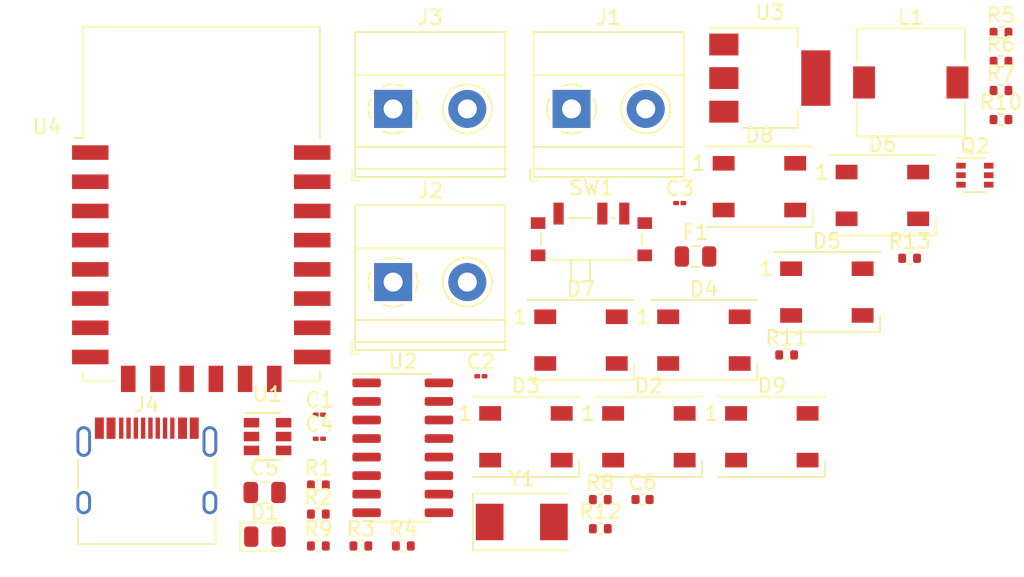
<source format=kicad_pcb>
(kicad_pcb (version 20171130) (host pcbnew "(5.1.10)-1")

  (general
    (thickness 1.6)
    (drawings 0)
    (tracks 0)
    (zones 0)
    (modules 41)
    (nets 35)
  )

  (page A4)
  (layers
    (0 F.Cu signal)
    (31 B.Cu signal)
    (32 B.Adhes user)
    (33 F.Adhes user)
    (34 B.Paste user)
    (35 F.Paste user)
    (36 B.SilkS user)
    (37 F.SilkS user)
    (38 B.Mask user)
    (39 F.Mask user)
    (40 Dwgs.User user)
    (41 Cmts.User user)
    (42 Eco1.User user)
    (43 Eco2.User user)
    (44 Edge.Cuts user)
    (45 Margin user)
    (46 B.CrtYd user)
    (47 F.CrtYd user)
    (48 B.Fab user)
    (49 F.Fab user)
  )

  (setup
    (last_trace_width 0.25)
    (trace_clearance 0.2)
    (zone_clearance 0.508)
    (zone_45_only no)
    (trace_min 0.2)
    (via_size 0.8)
    (via_drill 0.4)
    (via_min_size 0.4)
    (via_min_drill 0.3)
    (uvia_size 0.3)
    (uvia_drill 0.1)
    (uvias_allowed no)
    (uvia_min_size 0.2)
    (uvia_min_drill 0.1)
    (edge_width 0.05)
    (segment_width 0.2)
    (pcb_text_width 0.3)
    (pcb_text_size 1.5 1.5)
    (mod_edge_width 0.12)
    (mod_text_size 1 1)
    (mod_text_width 0.15)
    (pad_size 1.524 1.524)
    (pad_drill 0.762)
    (pad_to_mask_clearance 0)
    (aux_axis_origin 0 0)
    (visible_elements FFFFFF7F)
    (pcbplotparams
      (layerselection 0x010fc_ffffffff)
      (usegerberextensions false)
      (usegerberattributes true)
      (usegerberadvancedattributes true)
      (creategerberjobfile true)
      (excludeedgelayer true)
      (linewidth 0.100000)
      (plotframeref false)
      (viasonmask false)
      (mode 1)
      (useauxorigin false)
      (hpglpennumber 1)
      (hpglpenspeed 20)
      (hpglpendiameter 15.000000)
      (psnegative false)
      (psa4output false)
      (plotreference true)
      (plotvalue true)
      (plotinvisibletext false)
      (padsonsilk false)
      (subtractmaskfromsilk false)
      (outputformat 1)
      (mirror false)
      (drillshape 1)
      (scaleselection 1)
      (outputdirectory ""))
  )

  (net 0 "")
  (net 1 "Net-(C1-Pad2)")
  (net 2 -BATT)
  (net 3 "Net-(C2-Pad1)")
  (net 4 "Net-(C3-Pad1)")
  (net 5 +5V)
  (net 6 +3V3)
  (net 7 "Net-(D1-Pad2)")
  (net 8 "Net-(D2-Pad2)")
  (net 9 "Net-(D3-Pad2)")
  (net 10 "Net-(D3-Pad4)")
  (net 11 "Net-(D4-Pad2)")
  (net 12 "Net-(D5-Pad2)")
  (net 13 "Net-(D6-Pad2)")
  (net 14 "Net-(D7-Pad2)")
  (net 15 /VBUS)
  (net 16 +BATT)
  (net 17 "Net-(J4-PadA5)")
  (net 18 /D-)
  (net 19 /D+)
  (net 20 "Net-(J4-PadB5)")
  (net 21 "Net-(J4-PadS1)")
  (net 22 /DTR)
  (net 23 /RTS)
  (net 24 /boost_en_H)
  (net 25 "Net-(R5-Pad2)")
  (net 26 "Net-(R8-Pad2)")
  (net 27 /TXD)
  (net 28 /RXD)
  (net 29 "Net-(R9-Pad1)")
  (net 30 "Net-(R10-Pad1)")
  (net 31 "Net-(R11-Pad1)")
  (net 32 "Net-(R12-Pad2)")
  (net 33 "Net-(R13-Pad2)")
  (net 34 "Net-(U3-Pad2)")

  (net_class Default "This is the default net class."
    (clearance 0.2)
    (trace_width 0.25)
    (via_dia 0.8)
    (via_drill 0.4)
    (uvia_dia 0.3)
    (uvia_drill 0.1)
    (add_net +3V3)
    (add_net +5V)
    (add_net +BATT)
    (add_net -BATT)
    (add_net /D+)
    (add_net /D-)
    (add_net /DTR)
    (add_net /GPIO0)
    (add_net /RST)
    (add_net /RTS)
    (add_net /RXD)
    (add_net /TXD)
    (add_net /VBUS)
    (add_net /boost_en_H)
    (add_net "Net-(C1-Pad2)")
    (add_net "Net-(C2-Pad1)")
    (add_net "Net-(C3-Pad1)")
    (add_net "Net-(D1-Pad2)")
    (add_net "Net-(D2-Pad2)")
    (add_net "Net-(D2-Pad4)")
    (add_net "Net-(D3-Pad2)")
    (add_net "Net-(D3-Pad4)")
    (add_net "Net-(D4-Pad2)")
    (add_net "Net-(D5-Pad2)")
    (add_net "Net-(D6-Pad2)")
    (add_net "Net-(D7-Pad2)")
    (add_net "Net-(D9-Pad2)")
    (add_net "Net-(J4-PadA5)")
    (add_net "Net-(J4-PadA8)")
    (add_net "Net-(J4-PadB5)")
    (add_net "Net-(J4-PadB8)")
    (add_net "Net-(J4-PadS1)")
    (add_net "Net-(R10-Pad1)")
    (add_net "Net-(R11-Pad1)")
    (add_net "Net-(R12-Pad2)")
    (add_net "Net-(R13-Pad2)")
    (add_net "Net-(R5-Pad2)")
    (add_net "Net-(R8-Pad2)")
    (add_net "Net-(R9-Pad1)")
    (add_net "Net-(SW1-Pad3)")
    (add_net "Net-(U1-Pad6)")
    (add_net "Net-(U2-Pad10)")
    (add_net "Net-(U2-Pad11)")
    (add_net "Net-(U2-Pad12)")
    (add_net "Net-(U2-Pad15)")
    (add_net "Net-(U2-Pad9)")
    (add_net "Net-(U3-Pad1)")
    (add_net "Net-(U3-Pad2)")
    (add_net "Net-(U3-Pad3)")
    (add_net "Net-(U4-Pad10)")
    (add_net "Net-(U4-Pad11)")
    (add_net "Net-(U4-Pad12)")
    (add_net "Net-(U4-Pad13)")
    (add_net "Net-(U4-Pad14)")
    (add_net "Net-(U4-Pad17)")
    (add_net "Net-(U4-Pad19)")
    (add_net "Net-(U4-Pad2)")
    (add_net "Net-(U4-Pad20)")
    (add_net "Net-(U4-Pad4)")
    (add_net "Net-(U4-Pad5)")
    (add_net "Net-(U4-Pad6)")
    (add_net "Net-(U4-Pad7)")
    (add_net "Net-(U4-Pad9)")
  )

  (module Crystal:Crystal_SMD_0603-2Pin_6.0x3.5mm (layer F.Cu) (tedit 5A0FD1B2) (tstamp 618FB85E)
    (at 114.61 96.6)
    (descr "SMD Crystal SERIES SMD0603/2 http://www.petermann-technik.de/fileadmin/petermann/pdf/SMD0603-2.pdf, 6.0x3.5mm^2 package")
    (tags "SMD SMT crystal")
    (path /619C60EE)
    (attr smd)
    (fp_text reference Y1 (at 0 -2.95) (layer F.SilkS)
      (effects (font (size 1 1) (thickness 0.15)))
    )
    (fp_text value 12MHz (at 0 2.95) (layer F.Fab)
      (effects (font (size 1 1) (thickness 0.15)))
    )
    (fp_text user %R (at 0 0) (layer F.Fab)
      (effects (font (size 1 1) (thickness 0.15)))
    )
    (fp_line (start -2.9 -1.75) (end 2.9 -1.75) (layer F.Fab) (width 0.1))
    (fp_line (start 2.9 -1.75) (end 3 -1.65) (layer F.Fab) (width 0.1))
    (fp_line (start 3 -1.65) (end 3 1.65) (layer F.Fab) (width 0.1))
    (fp_line (start 3 1.65) (end 2.9 1.75) (layer F.Fab) (width 0.1))
    (fp_line (start 2.9 1.75) (end -2.9 1.75) (layer F.Fab) (width 0.1))
    (fp_line (start -2.9 1.75) (end -3 1.65) (layer F.Fab) (width 0.1))
    (fp_line (start -3 1.65) (end -3 -1.65) (layer F.Fab) (width 0.1))
    (fp_line (start -3 -1.65) (end -2.9 -1.75) (layer F.Fab) (width 0.1))
    (fp_line (start -3 0.75) (end -2 1.75) (layer F.Fab) (width 0.1))
    (fp_line (start 3.2 -1.95) (end -3.35 -1.95) (layer F.SilkS) (width 0.12))
    (fp_line (start -3.35 -1.95) (end -3.35 1.95) (layer F.SilkS) (width 0.12))
    (fp_line (start -3.35 1.95) (end 3.2 1.95) (layer F.SilkS) (width 0.12))
    (fp_line (start -3.4 -2) (end -3.4 2) (layer F.CrtYd) (width 0.05))
    (fp_line (start -3.4 2) (end 3.4 2) (layer F.CrtYd) (width 0.05))
    (fp_line (start 3.4 2) (end 3.4 -2) (layer F.CrtYd) (width 0.05))
    (fp_line (start 3.4 -2) (end -3.4 -2) (layer F.CrtYd) (width 0.05))
    (fp_circle (center 0 0) (end 0.4 0) (layer F.Adhes) (width 0.1))
    (fp_circle (center 0 0) (end 0.333333 0) (layer F.Adhes) (width 0.133333))
    (fp_circle (center 0 0) (end 0.213333 0) (layer F.Adhes) (width 0.133333))
    (fp_circle (center 0 0) (end 0.093333 0) (layer F.Adhes) (width 0.186667))
    (pad 2 smd rect (at 2.2 0) (size 1.9 2.5) (layers F.Cu F.Paste F.Mask)
      (net 4 "Net-(C3-Pad1)"))
    (pad 1 smd rect (at -2.2 0) (size 1.9 2.5) (layers F.Cu F.Paste F.Mask)
      (net 3 "Net-(C2-Pad1)"))
    (model ${KISYS3DMOD}/Crystal.3dshapes/Crystal_SMD_0603-2Pin_6.0x3.5mm.wrl
      (at (xyz 0 0 0))
      (scale (xyz 1 1 1))
      (rotate (xyz 0 0 0))
    )
  )

  (module RF_Module:ESP-12E (layer F.Cu) (tedit 5A030172) (tstamp 618FB843)
    (at 92.66 74.8)
    (descr "Wi-Fi Module, http://wiki.ai-thinker.com/_media/esp8266/docs/aithinker_esp_12f_datasheet_en.pdf")
    (tags "Wi-Fi Module")
    (path /6195EBFE)
    (attr smd)
    (fp_text reference U4 (at -10.56 -5.26) (layer F.SilkS)
      (effects (font (size 1 1) (thickness 0.15)))
    )
    (fp_text value ESP-12E (at -0.06 -12.78) (layer F.Fab)
      (effects (font (size 1 1) (thickness 0.15)))
    )
    (fp_text user %R (at 0.49 -0.8) (layer F.Fab)
      (effects (font (size 1 1) (thickness 0.15)))
    )
    (fp_text user "KEEP-OUT ZONE" (at 0.03 -9.55 180) (layer Cmts.User)
      (effects (font (size 1 1) (thickness 0.15)))
    )
    (fp_text user Antenna (at -0.06 -7 180) (layer Cmts.User)
      (effects (font (size 1 1) (thickness 0.15)))
    )
    (fp_line (start -8 -12) (end 8 -12) (layer F.Fab) (width 0.12))
    (fp_line (start 8 -12) (end 8 12) (layer F.Fab) (width 0.12))
    (fp_line (start 8 12) (end -8 12) (layer F.Fab) (width 0.12))
    (fp_line (start -8 12) (end -8 -3) (layer F.Fab) (width 0.12))
    (fp_line (start -8 -3) (end -7.5 -3.5) (layer F.Fab) (width 0.12))
    (fp_line (start -7.5 -3.5) (end -8 -4) (layer F.Fab) (width 0.12))
    (fp_line (start -8 -4) (end -8 -12) (layer F.Fab) (width 0.12))
    (fp_line (start -9.05 -12.2) (end 9.05 -12.2) (layer F.CrtYd) (width 0.05))
    (fp_line (start 9.05 -12.2) (end 9.05 13.1) (layer F.CrtYd) (width 0.05))
    (fp_line (start 9.05 13.1) (end -9.05 13.1) (layer F.CrtYd) (width 0.05))
    (fp_line (start -9.05 13.1) (end -9.05 -12.2) (layer F.CrtYd) (width 0.05))
    (fp_line (start -8.12 -12.12) (end 8.12 -12.12) (layer F.SilkS) (width 0.12))
    (fp_line (start 8.12 -12.12) (end 8.12 -4.5) (layer F.SilkS) (width 0.12))
    (fp_line (start 8.12 11.5) (end 8.12 12.12) (layer F.SilkS) (width 0.12))
    (fp_line (start 8.12 12.12) (end 6 12.12) (layer F.SilkS) (width 0.12))
    (fp_line (start -6 12.12) (end -8.12 12.12) (layer F.SilkS) (width 0.12))
    (fp_line (start -8.12 12.12) (end -8.12 11.5) (layer F.SilkS) (width 0.12))
    (fp_line (start -8.12 -4.5) (end -8.12 -12.12) (layer F.SilkS) (width 0.12))
    (fp_line (start -8.12 -4.5) (end -8.73 -4.5) (layer F.SilkS) (width 0.12))
    (fp_line (start -8.12 -12.12) (end 8.12 -12.12) (layer Dwgs.User) (width 0.12))
    (fp_line (start 8.12 -12.12) (end 8.12 -4.8) (layer Dwgs.User) (width 0.12))
    (fp_line (start 8.12 -4.8) (end -8.12 -4.8) (layer Dwgs.User) (width 0.12))
    (fp_line (start -8.12 -4.8) (end -8.12 -12.12) (layer Dwgs.User) (width 0.12))
    (fp_line (start -8.12 -9.12) (end -5.12 -12.12) (layer Dwgs.User) (width 0.12))
    (fp_line (start -8.12 -6.12) (end -2.12 -12.12) (layer Dwgs.User) (width 0.12))
    (fp_line (start -6.44 -4.8) (end 0.88 -12.12) (layer Dwgs.User) (width 0.12))
    (fp_line (start -3.44 -4.8) (end 3.88 -12.12) (layer Dwgs.User) (width 0.12))
    (fp_line (start -0.44 -4.8) (end 6.88 -12.12) (layer Dwgs.User) (width 0.12))
    (fp_line (start 2.56 -4.8) (end 8.12 -10.36) (layer Dwgs.User) (width 0.12))
    (fp_line (start 5.56 -4.8) (end 8.12 -7.36) (layer Dwgs.User) (width 0.12))
    (pad 22 smd rect (at 7.6 -3.5) (size 2.5 1) (layers F.Cu F.Paste F.Mask)
      (net 28 /RXD))
    (pad 21 smd rect (at 7.6 -1.5) (size 2.5 1) (layers F.Cu F.Paste F.Mask)
      (net 27 /TXD))
    (pad 20 smd rect (at 7.6 0.5) (size 2.5 1) (layers F.Cu F.Paste F.Mask))
    (pad 19 smd rect (at 7.6 2.5) (size 2.5 1) (layers F.Cu F.Paste F.Mask))
    (pad 18 smd rect (at 7.6 4.5) (size 2.5 1) (layers F.Cu F.Paste F.Mask)
      (net 32 "Net-(R12-Pad2)"))
    (pad 17 smd rect (at 7.6 6.5) (size 2.5 1) (layers F.Cu F.Paste F.Mask))
    (pad 16 smd rect (at 7.6 8.5) (size 2.5 1) (layers F.Cu F.Paste F.Mask)
      (net 33 "Net-(R13-Pad2)"))
    (pad 15 smd rect (at 7.6 10.5) (size 2.5 1) (layers F.Cu F.Paste F.Mask)
      (net 2 -BATT))
    (pad 14 smd rect (at 5 12) (size 1 1.8) (layers F.Cu F.Paste F.Mask))
    (pad 13 smd rect (at 3 12) (size 1 1.8) (layers F.Cu F.Paste F.Mask))
    (pad 12 smd rect (at 1 12) (size 1 1.8) (layers F.Cu F.Paste F.Mask))
    (pad 11 smd rect (at -1 12) (size 1 1.8) (layers F.Cu F.Paste F.Mask))
    (pad 10 smd rect (at -3 12) (size 1 1.8) (layers F.Cu F.Paste F.Mask))
    (pad 9 smd rect (at -5 12) (size 1 1.8) (layers F.Cu F.Paste F.Mask))
    (pad 8 smd rect (at -7.6 10.5) (size 2.5 1) (layers F.Cu F.Paste F.Mask)
      (net 6 +3V3))
    (pad 7 smd rect (at -7.6 8.5) (size 2.5 1) (layers F.Cu F.Paste F.Mask))
    (pad 6 smd rect (at -7.6 6.5) (size 2.5 1) (layers F.Cu F.Paste F.Mask))
    (pad 5 smd rect (at -7.6 4.5) (size 2.5 1) (layers F.Cu F.Paste F.Mask))
    (pad 4 smd rect (at -7.6 2.5) (size 2.5 1) (layers F.Cu F.Paste F.Mask))
    (pad 3 smd rect (at -7.6 0.5) (size 2.5 1) (layers F.Cu F.Paste F.Mask)
      (net 31 "Net-(R11-Pad1)"))
    (pad 2 smd rect (at -7.6 -1.5) (size 2.5 1) (layers F.Cu F.Paste F.Mask))
    (pad 1 smd rect (at -7.6 -3.5) (size 2.5 1) (layers F.Cu F.Paste F.Mask)
      (net 30 "Net-(R10-Pad1)"))
    (model ${KISYS3DMOD}/RF_Module.3dshapes/ESP-12E.wrl
      (at (xyz 0 0 0))
      (scale (xyz 1 1 1))
      (rotate (xyz 0 0 0))
    )
  )

  (module Package_TO_SOT_SMD:SOT-223-3_TabPin2 (layer F.Cu) (tedit 5A02FF57) (tstamp 618FB808)
    (at 131.6 66.2)
    (descr "module CMS SOT223 4 pins")
    (tags "CMS SOT")
    (path /61B62B1C)
    (attr smd)
    (fp_text reference U3 (at 0 -4.5) (layer F.SilkS)
      (effects (font (size 1 1) (thickness 0.15)))
    )
    (fp_text value AMS1117-3.3 (at 0 4.5) (layer F.Fab)
      (effects (font (size 1 1) (thickness 0.15)))
    )
    (fp_text user %R (at 0 0 90) (layer F.Fab)
      (effects (font (size 0.8 0.8) (thickness 0.12)))
    )
    (fp_line (start 1.91 3.41) (end 1.91 2.15) (layer F.SilkS) (width 0.12))
    (fp_line (start 1.91 -3.41) (end 1.91 -2.15) (layer F.SilkS) (width 0.12))
    (fp_line (start 4.4 -3.6) (end -4.4 -3.6) (layer F.CrtYd) (width 0.05))
    (fp_line (start 4.4 3.6) (end 4.4 -3.6) (layer F.CrtYd) (width 0.05))
    (fp_line (start -4.4 3.6) (end 4.4 3.6) (layer F.CrtYd) (width 0.05))
    (fp_line (start -4.4 -3.6) (end -4.4 3.6) (layer F.CrtYd) (width 0.05))
    (fp_line (start -1.85 -2.35) (end -0.85 -3.35) (layer F.Fab) (width 0.1))
    (fp_line (start -1.85 -2.35) (end -1.85 3.35) (layer F.Fab) (width 0.1))
    (fp_line (start -1.85 3.41) (end 1.91 3.41) (layer F.SilkS) (width 0.12))
    (fp_line (start -0.85 -3.35) (end 1.85 -3.35) (layer F.Fab) (width 0.1))
    (fp_line (start -4.1 -3.41) (end 1.91 -3.41) (layer F.SilkS) (width 0.12))
    (fp_line (start -1.85 3.35) (end 1.85 3.35) (layer F.Fab) (width 0.1))
    (fp_line (start 1.85 -3.35) (end 1.85 3.35) (layer F.Fab) (width 0.1))
    (pad 1 smd rect (at -3.15 -2.3) (size 2 1.5) (layers F.Cu F.Paste F.Mask))
    (pad 3 smd rect (at -3.15 2.3) (size 2 1.5) (layers F.Cu F.Paste F.Mask))
    (pad 2 smd rect (at -3.15 0) (size 2 1.5) (layers F.Cu F.Paste F.Mask)
      (net 34 "Net-(U3-Pad2)"))
    (pad 2 smd rect (at 3.15 0) (size 2 3.8) (layers F.Cu F.Paste F.Mask)
      (net 34 "Net-(U3-Pad2)"))
    (model ${KISYS3DMOD}/Package_TO_SOT_SMD.3dshapes/SOT-223.wrl
      (at (xyz 0 0 0))
      (scale (xyz 1 1 1))
      (rotate (xyz 0 0 0))
    )
  )

  (module Package_SO:SOIC-16_3.9x9.9mm_P1.27mm (layer F.Cu) (tedit 5D9F72B1) (tstamp 618FB7F2)
    (at 106.46 91.52)
    (descr "SOIC, 16 Pin (JEDEC MS-012AC, https://www.analog.com/media/en/package-pcb-resources/package/pkg_pdf/soic_narrow-r/r_16.pdf), generated with kicad-footprint-generator ipc_gullwing_generator.py")
    (tags "SOIC SO")
    (path /619C4467)
    (attr smd)
    (fp_text reference U2 (at 0 -5.9) (layer F.SilkS)
      (effects (font (size 1 1) (thickness 0.15)))
    )
    (fp_text value CH340G (at 0 5.9) (layer F.Fab)
      (effects (font (size 1 1) (thickness 0.15)))
    )
    (fp_text user %R (at 0 0) (layer F.Fab)
      (effects (font (size 0.98 0.98) (thickness 0.15)))
    )
    (fp_line (start 0 5.06) (end 1.95 5.06) (layer F.SilkS) (width 0.12))
    (fp_line (start 0 5.06) (end -1.95 5.06) (layer F.SilkS) (width 0.12))
    (fp_line (start 0 -5.06) (end 1.95 -5.06) (layer F.SilkS) (width 0.12))
    (fp_line (start 0 -5.06) (end -3.45 -5.06) (layer F.SilkS) (width 0.12))
    (fp_line (start -0.975 -4.95) (end 1.95 -4.95) (layer F.Fab) (width 0.1))
    (fp_line (start 1.95 -4.95) (end 1.95 4.95) (layer F.Fab) (width 0.1))
    (fp_line (start 1.95 4.95) (end -1.95 4.95) (layer F.Fab) (width 0.1))
    (fp_line (start -1.95 4.95) (end -1.95 -3.975) (layer F.Fab) (width 0.1))
    (fp_line (start -1.95 -3.975) (end -0.975 -4.95) (layer F.Fab) (width 0.1))
    (fp_line (start -3.7 -5.2) (end -3.7 5.2) (layer F.CrtYd) (width 0.05))
    (fp_line (start -3.7 5.2) (end 3.7 5.2) (layer F.CrtYd) (width 0.05))
    (fp_line (start 3.7 5.2) (end 3.7 -5.2) (layer F.CrtYd) (width 0.05))
    (fp_line (start 3.7 -5.2) (end -3.7 -5.2) (layer F.CrtYd) (width 0.05))
    (pad 16 smd roundrect (at 2.475 -4.445) (size 1.95 0.6) (layers F.Cu F.Paste F.Mask) (roundrect_rratio 0.25)
      (net 6 +3V3))
    (pad 15 smd roundrect (at 2.475 -3.175) (size 1.95 0.6) (layers F.Cu F.Paste F.Mask) (roundrect_rratio 0.25))
    (pad 14 smd roundrect (at 2.475 -1.905) (size 1.95 0.6) (layers F.Cu F.Paste F.Mask) (roundrect_rratio 0.25)
      (net 23 /RTS))
    (pad 13 smd roundrect (at 2.475 -0.635) (size 1.95 0.6) (layers F.Cu F.Paste F.Mask) (roundrect_rratio 0.25)
      (net 22 /DTR))
    (pad 12 smd roundrect (at 2.475 0.635) (size 1.95 0.6) (layers F.Cu F.Paste F.Mask) (roundrect_rratio 0.25))
    (pad 11 smd roundrect (at 2.475 1.905) (size 1.95 0.6) (layers F.Cu F.Paste F.Mask) (roundrect_rratio 0.25))
    (pad 10 smd roundrect (at 2.475 3.175) (size 1.95 0.6) (layers F.Cu F.Paste F.Mask) (roundrect_rratio 0.25))
    (pad 9 smd roundrect (at 2.475 4.445) (size 1.95 0.6) (layers F.Cu F.Paste F.Mask) (roundrect_rratio 0.25))
    (pad 8 smd roundrect (at -2.475 4.445) (size 1.95 0.6) (layers F.Cu F.Paste F.Mask) (roundrect_rratio 0.25)
      (net 4 "Net-(C3-Pad1)"))
    (pad 7 smd roundrect (at -2.475 3.175) (size 1.95 0.6) (layers F.Cu F.Paste F.Mask) (roundrect_rratio 0.25)
      (net 3 "Net-(C2-Pad1)"))
    (pad 6 smd roundrect (at -2.475 1.905) (size 1.95 0.6) (layers F.Cu F.Paste F.Mask) (roundrect_rratio 0.25)
      (net 18 /D-))
    (pad 5 smd roundrect (at -2.475 0.635) (size 1.95 0.6) (layers F.Cu F.Paste F.Mask) (roundrect_rratio 0.25)
      (net 19 /D+))
    (pad 4 smd roundrect (at -2.475 -0.635) (size 1.95 0.6) (layers F.Cu F.Paste F.Mask) (roundrect_rratio 0.25)
      (net 6 +3V3))
    (pad 3 smd roundrect (at -2.475 -1.905) (size 1.95 0.6) (layers F.Cu F.Paste F.Mask) (roundrect_rratio 0.25)
      (net 29 "Net-(R9-Pad1)"))
    (pad 2 smd roundrect (at -2.475 -3.175) (size 1.95 0.6) (layers F.Cu F.Paste F.Mask) (roundrect_rratio 0.25)
      (net 26 "Net-(R8-Pad2)"))
    (pad 1 smd roundrect (at -2.475 -4.445) (size 1.95 0.6) (layers F.Cu F.Paste F.Mask) (roundrect_rratio 0.25)
      (net 2 -BATT))
    (model ${KISYS3DMOD}/Package_SO.3dshapes/SOIC-16_3.9x9.9mm_P1.27mm.wrl
      (at (xyz 0 0 0))
      (scale (xyz 1 1 1))
      (rotate (xyz 0 0 0))
    )
  )

  (module Package_TO_SOT_SMD:SOT-23-6 (layer F.Cu) (tedit 5A02FF57) (tstamp 618FB7D0)
    (at 97.2 90.75)
    (descr "6-pin SOT-23 package")
    (tags SOT-23-6)
    (path /618F097A)
    (attr smd)
    (fp_text reference U1 (at 0 -2.9) (layer F.SilkS)
      (effects (font (size 1 1) (thickness 0.15)))
    )
    (fp_text value MT3608 (at 0 2.9) (layer F.Fab)
      (effects (font (size 1 1) (thickness 0.15)))
    )
    (fp_text user %R (at 0 0 90) (layer F.Fab)
      (effects (font (size 0.5 0.5) (thickness 0.075)))
    )
    (fp_line (start -0.9 1.61) (end 0.9 1.61) (layer F.SilkS) (width 0.12))
    (fp_line (start 0.9 -1.61) (end -1.55 -1.61) (layer F.SilkS) (width 0.12))
    (fp_line (start 1.9 -1.8) (end -1.9 -1.8) (layer F.CrtYd) (width 0.05))
    (fp_line (start 1.9 1.8) (end 1.9 -1.8) (layer F.CrtYd) (width 0.05))
    (fp_line (start -1.9 1.8) (end 1.9 1.8) (layer F.CrtYd) (width 0.05))
    (fp_line (start -1.9 -1.8) (end -1.9 1.8) (layer F.CrtYd) (width 0.05))
    (fp_line (start -0.9 -0.9) (end -0.25 -1.55) (layer F.Fab) (width 0.1))
    (fp_line (start 0.9 -1.55) (end -0.25 -1.55) (layer F.Fab) (width 0.1))
    (fp_line (start -0.9 -0.9) (end -0.9 1.55) (layer F.Fab) (width 0.1))
    (fp_line (start 0.9 1.55) (end -0.9 1.55) (layer F.Fab) (width 0.1))
    (fp_line (start 0.9 -1.55) (end 0.9 1.55) (layer F.Fab) (width 0.1))
    (pad 5 smd rect (at 1.1 0) (size 1.06 0.65) (layers F.Cu F.Paste F.Mask)
      (net 1 "Net-(C1-Pad2)"))
    (pad 6 smd rect (at 1.1 -0.95) (size 1.06 0.65) (layers F.Cu F.Paste F.Mask))
    (pad 4 smd rect (at 1.1 0.95) (size 1.06 0.65) (layers F.Cu F.Paste F.Mask)
      (net 24 /boost_en_H))
    (pad 3 smd rect (at -1.1 0.95) (size 1.06 0.65) (layers F.Cu F.Paste F.Mask)
      (net 25 "Net-(R5-Pad2)"))
    (pad 2 smd rect (at -1.1 0) (size 1.06 0.65) (layers F.Cu F.Paste F.Mask)
      (net 2 -BATT))
    (pad 1 smd rect (at -1.1 -0.95) (size 1.06 0.65) (layers F.Cu F.Paste F.Mask)
      (net 7 "Net-(D1-Pad2)"))
    (model ${KISYS3DMOD}/Package_TO_SOT_SMD.3dshapes/SOT-23-6.wrl
      (at (xyz 0 0 0))
      (scale (xyz 1 1 1))
      (rotate (xyz 0 0 0))
    )
  )

  (module Button_Switch_SMD:SW_SPDT_PCM12 (layer F.Cu) (tedit 5A02FC95) (tstamp 618FB7BA)
    (at 119.38 76.91)
    (descr "Ultraminiature Surface Mount Slide Switch, right-angle, https://www.ckswitches.com/media/1424/pcm.pdf")
    (path /618F5297)
    (attr smd)
    (fp_text reference SW1 (at 0 -3.2) (layer F.SilkS)
      (effects (font (size 1 1) (thickness 0.15)))
    )
    (fp_text value PWR_ON (at 0 4.25) (layer F.Fab)
      (effects (font (size 1 1) (thickness 0.15)))
    )
    (fp_text user %R (at 0 -3.2) (layer F.Fab)
      (effects (font (size 1 1) (thickness 0.15)))
    )
    (fp_line (start -1.4 1.65) (end -1.4 2.95) (layer F.Fab) (width 0.1))
    (fp_line (start -1.4 2.95) (end -1.2 3.15) (layer F.Fab) (width 0.1))
    (fp_line (start -1.2 3.15) (end -0.35 3.15) (layer F.Fab) (width 0.1))
    (fp_line (start -0.35 3.15) (end -0.15 2.95) (layer F.Fab) (width 0.1))
    (fp_line (start -0.15 2.95) (end -0.1 2.9) (layer F.Fab) (width 0.1))
    (fp_line (start -0.1 2.9) (end -0.1 1.6) (layer F.Fab) (width 0.1))
    (fp_line (start -3.35 -1) (end -3.35 1.6) (layer F.Fab) (width 0.1))
    (fp_line (start -3.35 1.6) (end 3.35 1.6) (layer F.Fab) (width 0.1))
    (fp_line (start 3.35 1.6) (end 3.35 -1) (layer F.Fab) (width 0.1))
    (fp_line (start 3.35 -1) (end -3.35 -1) (layer F.Fab) (width 0.1))
    (fp_line (start 1.4 -1.12) (end 1.6 -1.12) (layer F.SilkS) (width 0.12))
    (fp_line (start -4.4 -2.45) (end 4.4 -2.45) (layer F.CrtYd) (width 0.05))
    (fp_line (start 4.4 -2.45) (end 4.4 2.1) (layer F.CrtYd) (width 0.05))
    (fp_line (start 4.4 2.1) (end 1.65 2.1) (layer F.CrtYd) (width 0.05))
    (fp_line (start 1.65 2.1) (end 1.65 3.4) (layer F.CrtYd) (width 0.05))
    (fp_line (start 1.65 3.4) (end -1.65 3.4) (layer F.CrtYd) (width 0.05))
    (fp_line (start -1.65 3.4) (end -1.65 2.1) (layer F.CrtYd) (width 0.05))
    (fp_line (start -1.65 2.1) (end -4.4 2.1) (layer F.CrtYd) (width 0.05))
    (fp_line (start -4.4 2.1) (end -4.4 -2.45) (layer F.CrtYd) (width 0.05))
    (fp_line (start -1.4 3.02) (end -1.2 3.23) (layer F.SilkS) (width 0.12))
    (fp_line (start -0.1 3.02) (end -0.3 3.23) (layer F.SilkS) (width 0.12))
    (fp_line (start -1.4 1.73) (end -1.4 3.02) (layer F.SilkS) (width 0.12))
    (fp_line (start -1.2 3.23) (end -0.3 3.23) (layer F.SilkS) (width 0.12))
    (fp_line (start -0.1 3.02) (end -0.1 1.73) (layer F.SilkS) (width 0.12))
    (fp_line (start -2.85 1.73) (end 2.85 1.73) (layer F.SilkS) (width 0.12))
    (fp_line (start -1.6 -1.12) (end 0.1 -1.12) (layer F.SilkS) (width 0.12))
    (fp_line (start -3.45 -0.07) (end -3.45 0.72) (layer F.SilkS) (width 0.12))
    (fp_line (start 3.45 0.72) (end 3.45 -0.07) (layer F.SilkS) (width 0.12))
    (pad "" smd rect (at -3.65 -0.78) (size 1 0.8) (layers F.Cu F.Paste F.Mask))
    (pad "" smd rect (at 3.65 -0.78) (size 1 0.8) (layers F.Cu F.Paste F.Mask))
    (pad "" smd rect (at 3.65 1.43) (size 1 0.8) (layers F.Cu F.Paste F.Mask))
    (pad "" smd rect (at -3.65 1.43) (size 1 0.8) (layers F.Cu F.Paste F.Mask))
    (pad 3 smd rect (at 2.25 -1.43) (size 0.7 1.5) (layers F.Cu F.Paste F.Mask))
    (pad 2 smd rect (at 0.75 -1.43) (size 0.7 1.5) (layers F.Cu F.Paste F.Mask)
      (net 16 +BATT))
    (pad 1 smd rect (at -2.25 -1.43) (size 0.7 1.5) (layers F.Cu F.Paste F.Mask)
      (net 1 "Net-(C1-Pad2)"))
    (pad "" np_thru_hole circle (at 1.5 0.33) (size 0.9 0.9) (drill 0.9) (layers *.Cu *.Mask))
    (pad "" np_thru_hole circle (at -1.5 0.33) (size 0.9 0.9) (drill 0.9) (layers *.Cu *.Mask))
    (model ${KISYS3DMOD}/Button_Switch_SMD.3dshapes/SW_SPDT_PCM12.wrl
      (at (xyz 0 0 0))
      (scale (xyz 1 1 1))
      (rotate (xyz 0 0 0))
    )
  )

  (module Resistor_SMD:R_0402_1005Metric (layer F.Cu) (tedit 5F68FEEE) (tstamp 618FB790)
    (at 141.17 78.54)
    (descr "Resistor SMD 0402 (1005 Metric), square (rectangular) end terminal, IPC_7351 nominal, (Body size source: IPC-SM-782 page 72, https://www.pcb-3d.com/wordpress/wp-content/uploads/ipc-sm-782a_amendment_1_and_2.pdf), generated with kicad-footprint-generator")
    (tags resistor)
    (path /61964BD5)
    (attr smd)
    (fp_text reference R13 (at 0 -1.17) (layer F.SilkS)
      (effects (font (size 1 1) (thickness 0.15)))
    )
    (fp_text value 10K (at 0 1.17) (layer F.Fab)
      (effects (font (size 1 1) (thickness 0.15)))
    )
    (fp_text user %R (at 0 0) (layer F.Fab)
      (effects (font (size 0.26 0.26) (thickness 0.04)))
    )
    (fp_line (start -0.525 0.27) (end -0.525 -0.27) (layer F.Fab) (width 0.1))
    (fp_line (start -0.525 -0.27) (end 0.525 -0.27) (layer F.Fab) (width 0.1))
    (fp_line (start 0.525 -0.27) (end 0.525 0.27) (layer F.Fab) (width 0.1))
    (fp_line (start 0.525 0.27) (end -0.525 0.27) (layer F.Fab) (width 0.1))
    (fp_line (start -0.153641 -0.38) (end 0.153641 -0.38) (layer F.SilkS) (width 0.12))
    (fp_line (start -0.153641 0.38) (end 0.153641 0.38) (layer F.SilkS) (width 0.12))
    (fp_line (start -0.93 0.47) (end -0.93 -0.47) (layer F.CrtYd) (width 0.05))
    (fp_line (start -0.93 -0.47) (end 0.93 -0.47) (layer F.CrtYd) (width 0.05))
    (fp_line (start 0.93 -0.47) (end 0.93 0.47) (layer F.CrtYd) (width 0.05))
    (fp_line (start 0.93 0.47) (end -0.93 0.47) (layer F.CrtYd) (width 0.05))
    (pad 2 smd roundrect (at 0.51 0) (size 0.54 0.64) (layers F.Cu F.Paste F.Mask) (roundrect_rratio 0.25)
      (net 33 "Net-(R13-Pad2)"))
    (pad 1 smd roundrect (at -0.51 0) (size 0.54 0.64) (layers F.Cu F.Paste F.Mask) (roundrect_rratio 0.25)
      (net 2 -BATT))
    (model ${KISYS3DMOD}/Resistor_SMD.3dshapes/R_0402_1005Metric.wrl
      (at (xyz 0 0 0))
      (scale (xyz 1 1 1))
      (rotate (xyz 0 0 0))
    )
  )

  (module Resistor_SMD:R_0402_1005Metric (layer F.Cu) (tedit 5F68FEEE) (tstamp 618FB77F)
    (at 119.99 97.06)
    (descr "Resistor SMD 0402 (1005 Metric), square (rectangular) end terminal, IPC_7351 nominal, (Body size source: IPC-SM-782 page 72, https://www.pcb-3d.com/wordpress/wp-content/uploads/ipc-sm-782a_amendment_1_and_2.pdf), generated with kicad-footprint-generator")
    (tags resistor)
    (path /61960FDB)
    (attr smd)
    (fp_text reference R12 (at 0 -1.17) (layer F.SilkS)
      (effects (font (size 1 1) (thickness 0.15)))
    )
    (fp_text value 10K (at 0 1.17) (layer F.Fab)
      (effects (font (size 1 1) (thickness 0.15)))
    )
    (fp_text user %R (at 0 0) (layer F.Fab)
      (effects (font (size 0.26 0.26) (thickness 0.04)))
    )
    (fp_line (start -0.525 0.27) (end -0.525 -0.27) (layer F.Fab) (width 0.1))
    (fp_line (start -0.525 -0.27) (end 0.525 -0.27) (layer F.Fab) (width 0.1))
    (fp_line (start 0.525 -0.27) (end 0.525 0.27) (layer F.Fab) (width 0.1))
    (fp_line (start 0.525 0.27) (end -0.525 0.27) (layer F.Fab) (width 0.1))
    (fp_line (start -0.153641 -0.38) (end 0.153641 -0.38) (layer F.SilkS) (width 0.12))
    (fp_line (start -0.153641 0.38) (end 0.153641 0.38) (layer F.SilkS) (width 0.12))
    (fp_line (start -0.93 0.47) (end -0.93 -0.47) (layer F.CrtYd) (width 0.05))
    (fp_line (start -0.93 -0.47) (end 0.93 -0.47) (layer F.CrtYd) (width 0.05))
    (fp_line (start 0.93 -0.47) (end 0.93 0.47) (layer F.CrtYd) (width 0.05))
    (fp_line (start 0.93 0.47) (end -0.93 0.47) (layer F.CrtYd) (width 0.05))
    (pad 2 smd roundrect (at 0.51 0) (size 0.54 0.64) (layers F.Cu F.Paste F.Mask) (roundrect_rratio 0.25)
      (net 32 "Net-(R12-Pad2)"))
    (pad 1 smd roundrect (at -0.51 0) (size 0.54 0.64) (layers F.Cu F.Paste F.Mask) (roundrect_rratio 0.25)
      (net 6 +3V3))
    (model ${KISYS3DMOD}/Resistor_SMD.3dshapes/R_0402_1005Metric.wrl
      (at (xyz 0 0 0))
      (scale (xyz 1 1 1))
      (rotate (xyz 0 0 0))
    )
  )

  (module Resistor_SMD:R_0402_1005Metric (layer F.Cu) (tedit 5F68FEEE) (tstamp 618FB76E)
    (at 132.75 85.16)
    (descr "Resistor SMD 0402 (1005 Metric), square (rectangular) end terminal, IPC_7351 nominal, (Body size source: IPC-SM-782 page 72, https://www.pcb-3d.com/wordpress/wp-content/uploads/ipc-sm-782a_amendment_1_and_2.pdf), generated with kicad-footprint-generator")
    (tags resistor)
    (path /6196794E)
    (attr smd)
    (fp_text reference R11 (at 0 -1.17) (layer F.SilkS)
      (effects (font (size 1 1) (thickness 0.15)))
    )
    (fp_text value 10K (at 0 1.17) (layer F.Fab)
      (effects (font (size 1 1) (thickness 0.15)))
    )
    (fp_text user %R (at 0 0) (layer F.Fab)
      (effects (font (size 0.26 0.26) (thickness 0.04)))
    )
    (fp_line (start -0.525 0.27) (end -0.525 -0.27) (layer F.Fab) (width 0.1))
    (fp_line (start -0.525 -0.27) (end 0.525 -0.27) (layer F.Fab) (width 0.1))
    (fp_line (start 0.525 -0.27) (end 0.525 0.27) (layer F.Fab) (width 0.1))
    (fp_line (start 0.525 0.27) (end -0.525 0.27) (layer F.Fab) (width 0.1))
    (fp_line (start -0.153641 -0.38) (end 0.153641 -0.38) (layer F.SilkS) (width 0.12))
    (fp_line (start -0.153641 0.38) (end 0.153641 0.38) (layer F.SilkS) (width 0.12))
    (fp_line (start -0.93 0.47) (end -0.93 -0.47) (layer F.CrtYd) (width 0.05))
    (fp_line (start -0.93 -0.47) (end 0.93 -0.47) (layer F.CrtYd) (width 0.05))
    (fp_line (start 0.93 -0.47) (end 0.93 0.47) (layer F.CrtYd) (width 0.05))
    (fp_line (start 0.93 0.47) (end -0.93 0.47) (layer F.CrtYd) (width 0.05))
    (pad 2 smd roundrect (at 0.51 0) (size 0.54 0.64) (layers F.Cu F.Paste F.Mask) (roundrect_rratio 0.25)
      (net 6 +3V3))
    (pad 1 smd roundrect (at -0.51 0) (size 0.54 0.64) (layers F.Cu F.Paste F.Mask) (roundrect_rratio 0.25)
      (net 31 "Net-(R11-Pad1)"))
    (model ${KISYS3DMOD}/Resistor_SMD.3dshapes/R_0402_1005Metric.wrl
      (at (xyz 0 0 0))
      (scale (xyz 1 1 1))
      (rotate (xyz 0 0 0))
    )
  )

  (module Resistor_SMD:R_0402_1005Metric (layer F.Cu) (tedit 5F68FEEE) (tstamp 618FB75D)
    (at 147.43 69.04)
    (descr "Resistor SMD 0402 (1005 Metric), square (rectangular) end terminal, IPC_7351 nominal, (Body size source: IPC-SM-782 page 72, https://www.pcb-3d.com/wordpress/wp-content/uploads/ipc-sm-782a_amendment_1_and_2.pdf), generated with kicad-footprint-generator")
    (tags resistor)
    (path /6196702D)
    (attr smd)
    (fp_text reference R10 (at 0 -1.17) (layer F.SilkS)
      (effects (font (size 1 1) (thickness 0.15)))
    )
    (fp_text value 10K (at 0 1.17) (layer F.Fab)
      (effects (font (size 1 1) (thickness 0.15)))
    )
    (fp_text user %R (at 0 0) (layer F.Fab)
      (effects (font (size 0.26 0.26) (thickness 0.04)))
    )
    (fp_line (start -0.525 0.27) (end -0.525 -0.27) (layer F.Fab) (width 0.1))
    (fp_line (start -0.525 -0.27) (end 0.525 -0.27) (layer F.Fab) (width 0.1))
    (fp_line (start 0.525 -0.27) (end 0.525 0.27) (layer F.Fab) (width 0.1))
    (fp_line (start 0.525 0.27) (end -0.525 0.27) (layer F.Fab) (width 0.1))
    (fp_line (start -0.153641 -0.38) (end 0.153641 -0.38) (layer F.SilkS) (width 0.12))
    (fp_line (start -0.153641 0.38) (end 0.153641 0.38) (layer F.SilkS) (width 0.12))
    (fp_line (start -0.93 0.47) (end -0.93 -0.47) (layer F.CrtYd) (width 0.05))
    (fp_line (start -0.93 -0.47) (end 0.93 -0.47) (layer F.CrtYd) (width 0.05))
    (fp_line (start 0.93 -0.47) (end 0.93 0.47) (layer F.CrtYd) (width 0.05))
    (fp_line (start 0.93 0.47) (end -0.93 0.47) (layer F.CrtYd) (width 0.05))
    (pad 2 smd roundrect (at 0.51 0) (size 0.54 0.64) (layers F.Cu F.Paste F.Mask) (roundrect_rratio 0.25)
      (net 6 +3V3))
    (pad 1 smd roundrect (at -0.51 0) (size 0.54 0.64) (layers F.Cu F.Paste F.Mask) (roundrect_rratio 0.25)
      (net 30 "Net-(R10-Pad1)"))
    (model ${KISYS3DMOD}/Resistor_SMD.3dshapes/R_0402_1005Metric.wrl
      (at (xyz 0 0 0))
      (scale (xyz 1 1 1))
      (rotate (xyz 0 0 0))
    )
  )

  (module Resistor_SMD:R_0402_1005Metric (layer F.Cu) (tedit 5F68FEEE) (tstamp 618FB74C)
    (at 100.68 98.24)
    (descr "Resistor SMD 0402 (1005 Metric), square (rectangular) end terminal, IPC_7351 nominal, (Body size source: IPC-SM-782 page 72, https://www.pcb-3d.com/wordpress/wp-content/uploads/ipc-sm-782a_amendment_1_and_2.pdf), generated with kicad-footprint-generator")
    (tags resistor)
    (path /61A002D2)
    (attr smd)
    (fp_text reference R9 (at 0 -1.17) (layer F.SilkS)
      (effects (font (size 1 1) (thickness 0.15)))
    )
    (fp_text value 470 (at 0 1.17) (layer F.Fab)
      (effects (font (size 1 1) (thickness 0.15)))
    )
    (fp_text user %R (at 0 0) (layer F.Fab)
      (effects (font (size 0.26 0.26) (thickness 0.04)))
    )
    (fp_line (start -0.525 0.27) (end -0.525 -0.27) (layer F.Fab) (width 0.1))
    (fp_line (start -0.525 -0.27) (end 0.525 -0.27) (layer F.Fab) (width 0.1))
    (fp_line (start 0.525 -0.27) (end 0.525 0.27) (layer F.Fab) (width 0.1))
    (fp_line (start 0.525 0.27) (end -0.525 0.27) (layer F.Fab) (width 0.1))
    (fp_line (start -0.153641 -0.38) (end 0.153641 -0.38) (layer F.SilkS) (width 0.12))
    (fp_line (start -0.153641 0.38) (end 0.153641 0.38) (layer F.SilkS) (width 0.12))
    (fp_line (start -0.93 0.47) (end -0.93 -0.47) (layer F.CrtYd) (width 0.05))
    (fp_line (start -0.93 -0.47) (end 0.93 -0.47) (layer F.CrtYd) (width 0.05))
    (fp_line (start 0.93 -0.47) (end 0.93 0.47) (layer F.CrtYd) (width 0.05))
    (fp_line (start 0.93 0.47) (end -0.93 0.47) (layer F.CrtYd) (width 0.05))
    (pad 2 smd roundrect (at 0.51 0) (size 0.54 0.64) (layers F.Cu F.Paste F.Mask) (roundrect_rratio 0.25)
      (net 28 /RXD))
    (pad 1 smd roundrect (at -0.51 0) (size 0.54 0.64) (layers F.Cu F.Paste F.Mask) (roundrect_rratio 0.25)
      (net 29 "Net-(R9-Pad1)"))
    (model ${KISYS3DMOD}/Resistor_SMD.3dshapes/R_0402_1005Metric.wrl
      (at (xyz 0 0 0))
      (scale (xyz 1 1 1))
      (rotate (xyz 0 0 0))
    )
  )

  (module Resistor_SMD:R_0402_1005Metric (layer F.Cu) (tedit 5F68FEEE) (tstamp 618FB73B)
    (at 119.99 95.07)
    (descr "Resistor SMD 0402 (1005 Metric), square (rectangular) end terminal, IPC_7351 nominal, (Body size source: IPC-SM-782 page 72, https://www.pcb-3d.com/wordpress/wp-content/uploads/ipc-sm-782a_amendment_1_and_2.pdf), generated with kicad-footprint-generator")
    (tags resistor)
    (path /619FF509)
    (attr smd)
    (fp_text reference R8 (at 0 -1.17) (layer F.SilkS)
      (effects (font (size 1 1) (thickness 0.15)))
    )
    (fp_text value 470 (at 0 1.17) (layer F.Fab)
      (effects (font (size 1 1) (thickness 0.15)))
    )
    (fp_text user %R (at 0 0) (layer F.Fab)
      (effects (font (size 0.26 0.26) (thickness 0.04)))
    )
    (fp_line (start -0.525 0.27) (end -0.525 -0.27) (layer F.Fab) (width 0.1))
    (fp_line (start -0.525 -0.27) (end 0.525 -0.27) (layer F.Fab) (width 0.1))
    (fp_line (start 0.525 -0.27) (end 0.525 0.27) (layer F.Fab) (width 0.1))
    (fp_line (start 0.525 0.27) (end -0.525 0.27) (layer F.Fab) (width 0.1))
    (fp_line (start -0.153641 -0.38) (end 0.153641 -0.38) (layer F.SilkS) (width 0.12))
    (fp_line (start -0.153641 0.38) (end 0.153641 0.38) (layer F.SilkS) (width 0.12))
    (fp_line (start -0.93 0.47) (end -0.93 -0.47) (layer F.CrtYd) (width 0.05))
    (fp_line (start -0.93 -0.47) (end 0.93 -0.47) (layer F.CrtYd) (width 0.05))
    (fp_line (start 0.93 -0.47) (end 0.93 0.47) (layer F.CrtYd) (width 0.05))
    (fp_line (start 0.93 0.47) (end -0.93 0.47) (layer F.CrtYd) (width 0.05))
    (pad 2 smd roundrect (at 0.51 0) (size 0.54 0.64) (layers F.Cu F.Paste F.Mask) (roundrect_rratio 0.25)
      (net 26 "Net-(R8-Pad2)"))
    (pad 1 smd roundrect (at -0.51 0) (size 0.54 0.64) (layers F.Cu F.Paste F.Mask) (roundrect_rratio 0.25)
      (net 27 /TXD))
    (model ${KISYS3DMOD}/Resistor_SMD.3dshapes/R_0402_1005Metric.wrl
      (at (xyz 0 0 0))
      (scale (xyz 1 1 1))
      (rotate (xyz 0 0 0))
    )
  )

  (module Resistor_SMD:R_0402_1005Metric (layer F.Cu) (tedit 5F68FEEE) (tstamp 618FB72A)
    (at 147.43 67.05)
    (descr "Resistor SMD 0402 (1005 Metric), square (rectangular) end terminal, IPC_7351 nominal, (Body size source: IPC-SM-782 page 72, https://www.pcb-3d.com/wordpress/wp-content/uploads/ipc-sm-782a_amendment_1_and_2.pdf), generated with kicad-footprint-generator")
    (tags resistor)
    (path /61AF8B0F)
    (attr smd)
    (fp_text reference R7 (at 0 -1.17) (layer F.SilkS)
      (effects (font (size 1 1) (thickness 0.15)))
    )
    (fp_text value 10K (at 0 1.17) (layer F.Fab)
      (effects (font (size 1 1) (thickness 0.15)))
    )
    (fp_text user %R (at 0 0) (layer F.Fab)
      (effects (font (size 0.26 0.26) (thickness 0.04)))
    )
    (fp_line (start -0.525 0.27) (end -0.525 -0.27) (layer F.Fab) (width 0.1))
    (fp_line (start -0.525 -0.27) (end 0.525 -0.27) (layer F.Fab) (width 0.1))
    (fp_line (start 0.525 -0.27) (end 0.525 0.27) (layer F.Fab) (width 0.1))
    (fp_line (start 0.525 0.27) (end -0.525 0.27) (layer F.Fab) (width 0.1))
    (fp_line (start -0.153641 -0.38) (end 0.153641 -0.38) (layer F.SilkS) (width 0.12))
    (fp_line (start -0.153641 0.38) (end 0.153641 0.38) (layer F.SilkS) (width 0.12))
    (fp_line (start -0.93 0.47) (end -0.93 -0.47) (layer F.CrtYd) (width 0.05))
    (fp_line (start -0.93 -0.47) (end 0.93 -0.47) (layer F.CrtYd) (width 0.05))
    (fp_line (start 0.93 -0.47) (end 0.93 0.47) (layer F.CrtYd) (width 0.05))
    (fp_line (start 0.93 0.47) (end -0.93 0.47) (layer F.CrtYd) (width 0.05))
    (pad 2 smd roundrect (at 0.51 0) (size 0.54 0.64) (layers F.Cu F.Paste F.Mask) (roundrect_rratio 0.25)
      (net 15 /VBUS))
    (pad 1 smd roundrect (at -0.51 0) (size 0.54 0.64) (layers F.Cu F.Paste F.Mask) (roundrect_rratio 0.25)
      (net 2 -BATT))
    (model ${KISYS3DMOD}/Resistor_SMD.3dshapes/R_0402_1005Metric.wrl
      (at (xyz 0 0 0))
      (scale (xyz 1 1 1))
      (rotate (xyz 0 0 0))
    )
  )

  (module Resistor_SMD:R_0402_1005Metric (layer F.Cu) (tedit 5F68FEEE) (tstamp 618FB719)
    (at 147.43 65.06)
    (descr "Resistor SMD 0402 (1005 Metric), square (rectangular) end terminal, IPC_7351 nominal, (Body size source: IPC-SM-782 page 72, https://www.pcb-3d.com/wordpress/wp-content/uploads/ipc-sm-782a_amendment_1_and_2.pdf), generated with kicad-footprint-generator")
    (tags resistor)
    (path /61900FD8)
    (attr smd)
    (fp_text reference R6 (at 0 -1.17) (layer F.SilkS)
      (effects (font (size 1 1) (thickness 0.15)))
    )
    (fp_text value 10K (at 0 1.17) (layer F.Fab)
      (effects (font (size 1 1) (thickness 0.15)))
    )
    (fp_text user %R (at 0 0) (layer F.Fab)
      (effects (font (size 0.26 0.26) (thickness 0.04)))
    )
    (fp_line (start -0.525 0.27) (end -0.525 -0.27) (layer F.Fab) (width 0.1))
    (fp_line (start -0.525 -0.27) (end 0.525 -0.27) (layer F.Fab) (width 0.1))
    (fp_line (start 0.525 -0.27) (end 0.525 0.27) (layer F.Fab) (width 0.1))
    (fp_line (start 0.525 0.27) (end -0.525 0.27) (layer F.Fab) (width 0.1))
    (fp_line (start -0.153641 -0.38) (end 0.153641 -0.38) (layer F.SilkS) (width 0.12))
    (fp_line (start -0.153641 0.38) (end 0.153641 0.38) (layer F.SilkS) (width 0.12))
    (fp_line (start -0.93 0.47) (end -0.93 -0.47) (layer F.CrtYd) (width 0.05))
    (fp_line (start -0.93 -0.47) (end 0.93 -0.47) (layer F.CrtYd) (width 0.05))
    (fp_line (start 0.93 -0.47) (end 0.93 0.47) (layer F.CrtYd) (width 0.05))
    (fp_line (start 0.93 0.47) (end -0.93 0.47) (layer F.CrtYd) (width 0.05))
    (pad 2 smd roundrect (at 0.51 0) (size 0.54 0.64) (layers F.Cu F.Paste F.Mask) (roundrect_rratio 0.25)
      (net 2 -BATT))
    (pad 1 smd roundrect (at -0.51 0) (size 0.54 0.64) (layers F.Cu F.Paste F.Mask) (roundrect_rratio 0.25)
      (net 25 "Net-(R5-Pad2)"))
    (model ${KISYS3DMOD}/Resistor_SMD.3dshapes/R_0402_1005Metric.wrl
      (at (xyz 0 0 0))
      (scale (xyz 1 1 1))
      (rotate (xyz 0 0 0))
    )
  )

  (module Resistor_SMD:R_0402_1005Metric (layer F.Cu) (tedit 5F68FEEE) (tstamp 618FB708)
    (at 147.43 63.07)
    (descr "Resistor SMD 0402 (1005 Metric), square (rectangular) end terminal, IPC_7351 nominal, (Body size source: IPC-SM-782 page 72, https://www.pcb-3d.com/wordpress/wp-content/uploads/ipc-sm-782a_amendment_1_and_2.pdf), generated with kicad-footprint-generator")
    (tags resistor)
    (path /619008A7)
    (attr smd)
    (fp_text reference R5 (at 0 -1.17) (layer F.SilkS)
      (effects (font (size 1 1) (thickness 0.15)))
    )
    (fp_text value 73K (at 0 1.17) (layer F.Fab)
      (effects (font (size 1 1) (thickness 0.15)))
    )
    (fp_text user %R (at 0 0) (layer F.Fab)
      (effects (font (size 0.26 0.26) (thickness 0.04)))
    )
    (fp_line (start -0.525 0.27) (end -0.525 -0.27) (layer F.Fab) (width 0.1))
    (fp_line (start -0.525 -0.27) (end 0.525 -0.27) (layer F.Fab) (width 0.1))
    (fp_line (start 0.525 -0.27) (end 0.525 0.27) (layer F.Fab) (width 0.1))
    (fp_line (start 0.525 0.27) (end -0.525 0.27) (layer F.Fab) (width 0.1))
    (fp_line (start -0.153641 -0.38) (end 0.153641 -0.38) (layer F.SilkS) (width 0.12))
    (fp_line (start -0.153641 0.38) (end 0.153641 0.38) (layer F.SilkS) (width 0.12))
    (fp_line (start -0.93 0.47) (end -0.93 -0.47) (layer F.CrtYd) (width 0.05))
    (fp_line (start -0.93 -0.47) (end 0.93 -0.47) (layer F.CrtYd) (width 0.05))
    (fp_line (start 0.93 -0.47) (end 0.93 0.47) (layer F.CrtYd) (width 0.05))
    (fp_line (start 0.93 0.47) (end -0.93 0.47) (layer F.CrtYd) (width 0.05))
    (pad 2 smd roundrect (at 0.51 0) (size 0.54 0.64) (layers F.Cu F.Paste F.Mask) (roundrect_rratio 0.25)
      (net 25 "Net-(R5-Pad2)"))
    (pad 1 smd roundrect (at -0.51 0) (size 0.54 0.64) (layers F.Cu F.Paste F.Mask) (roundrect_rratio 0.25)
      (net 5 +5V))
    (model ${KISYS3DMOD}/Resistor_SMD.3dshapes/R_0402_1005Metric.wrl
      (at (xyz 0 0 0))
      (scale (xyz 1 1 1))
      (rotate (xyz 0 0 0))
    )
  )

  (module Resistor_SMD:R_0402_1005Metric (layer F.Cu) (tedit 5F68FEEE) (tstamp 618FB6F7)
    (at 106.5 98.24)
    (descr "Resistor SMD 0402 (1005 Metric), square (rectangular) end terminal, IPC_7351 nominal, (Body size source: IPC-SM-782 page 72, https://www.pcb-3d.com/wordpress/wp-content/uploads/ipc-sm-782a_amendment_1_and_2.pdf), generated with kicad-footprint-generator")
    (tags resistor)
    (path /61945D99)
    (attr smd)
    (fp_text reference R4 (at 0 -1.17) (layer F.SilkS)
      (effects (font (size 1 1) (thickness 0.15)))
    )
    (fp_text value R_US (at 0 1.17) (layer F.Fab)
      (effects (font (size 1 1) (thickness 0.15)))
    )
    (fp_text user %R (at 0 0) (layer F.Fab)
      (effects (font (size 0.26 0.26) (thickness 0.04)))
    )
    (fp_line (start -0.525 0.27) (end -0.525 -0.27) (layer F.Fab) (width 0.1))
    (fp_line (start -0.525 -0.27) (end 0.525 -0.27) (layer F.Fab) (width 0.1))
    (fp_line (start 0.525 -0.27) (end 0.525 0.27) (layer F.Fab) (width 0.1))
    (fp_line (start 0.525 0.27) (end -0.525 0.27) (layer F.Fab) (width 0.1))
    (fp_line (start -0.153641 -0.38) (end 0.153641 -0.38) (layer F.SilkS) (width 0.12))
    (fp_line (start -0.153641 0.38) (end 0.153641 0.38) (layer F.SilkS) (width 0.12))
    (fp_line (start -0.93 0.47) (end -0.93 -0.47) (layer F.CrtYd) (width 0.05))
    (fp_line (start -0.93 -0.47) (end 0.93 -0.47) (layer F.CrtYd) (width 0.05))
    (fp_line (start 0.93 -0.47) (end 0.93 0.47) (layer F.CrtYd) (width 0.05))
    (fp_line (start 0.93 0.47) (end -0.93 0.47) (layer F.CrtYd) (width 0.05))
    (pad 2 smd roundrect (at 0.51 0) (size 0.54 0.64) (layers F.Cu F.Paste F.Mask) (roundrect_rratio 0.25)
      (net 2 -BATT))
    (pad 1 smd roundrect (at -0.51 0) (size 0.54 0.64) (layers F.Cu F.Paste F.Mask) (roundrect_rratio 0.25)
      (net 20 "Net-(J4-PadB5)"))
    (model ${KISYS3DMOD}/Resistor_SMD.3dshapes/R_0402_1005Metric.wrl
      (at (xyz 0 0 0))
      (scale (xyz 1 1 1))
      (rotate (xyz 0 0 0))
    )
  )

  (module Resistor_SMD:R_0402_1005Metric (layer F.Cu) (tedit 5F68FEEE) (tstamp 618FB6E6)
    (at 103.59 98.24)
    (descr "Resistor SMD 0402 (1005 Metric), square (rectangular) end terminal, IPC_7351 nominal, (Body size source: IPC-SM-782 page 72, https://www.pcb-3d.com/wordpress/wp-content/uploads/ipc-sm-782a_amendment_1_and_2.pdf), generated with kicad-footprint-generator")
    (tags resistor)
    (path /6194659C)
    (attr smd)
    (fp_text reference R3 (at 0 -1.17) (layer F.SilkS)
      (effects (font (size 1 1) (thickness 0.15)))
    )
    (fp_text value R_US (at 0 1.17) (layer F.Fab)
      (effects (font (size 1 1) (thickness 0.15)))
    )
    (fp_text user %R (at 0 0) (layer F.Fab)
      (effects (font (size 0.26 0.26) (thickness 0.04)))
    )
    (fp_line (start -0.525 0.27) (end -0.525 -0.27) (layer F.Fab) (width 0.1))
    (fp_line (start -0.525 -0.27) (end 0.525 -0.27) (layer F.Fab) (width 0.1))
    (fp_line (start 0.525 -0.27) (end 0.525 0.27) (layer F.Fab) (width 0.1))
    (fp_line (start 0.525 0.27) (end -0.525 0.27) (layer F.Fab) (width 0.1))
    (fp_line (start -0.153641 -0.38) (end 0.153641 -0.38) (layer F.SilkS) (width 0.12))
    (fp_line (start -0.153641 0.38) (end 0.153641 0.38) (layer F.SilkS) (width 0.12))
    (fp_line (start -0.93 0.47) (end -0.93 -0.47) (layer F.CrtYd) (width 0.05))
    (fp_line (start -0.93 -0.47) (end 0.93 -0.47) (layer F.CrtYd) (width 0.05))
    (fp_line (start 0.93 -0.47) (end 0.93 0.47) (layer F.CrtYd) (width 0.05))
    (fp_line (start 0.93 0.47) (end -0.93 0.47) (layer F.CrtYd) (width 0.05))
    (pad 2 smd roundrect (at 0.51 0) (size 0.54 0.64) (layers F.Cu F.Paste F.Mask) (roundrect_rratio 0.25)
      (net 17 "Net-(J4-PadA5)"))
    (pad 1 smd roundrect (at -0.51 0) (size 0.54 0.64) (layers F.Cu F.Paste F.Mask) (roundrect_rratio 0.25)
      (net 2 -BATT))
    (model ${KISYS3DMOD}/Resistor_SMD.3dshapes/R_0402_1005Metric.wrl
      (at (xyz 0 0 0))
      (scale (xyz 1 1 1))
      (rotate (xyz 0 0 0))
    )
  )

  (module Resistor_SMD:R_0402_1005Metric (layer F.Cu) (tedit 5F68FEEE) (tstamp 618FB6D5)
    (at 100.68 96.06)
    (descr "Resistor SMD 0402 (1005 Metric), square (rectangular) end terminal, IPC_7351 nominal, (Body size source: IPC-SM-782 page 72, https://www.pcb-3d.com/wordpress/wp-content/uploads/ipc-sm-782a_amendment_1_and_2.pdf), generated with kicad-footprint-generator")
    (tags resistor)
    (path /61A55B36)
    (attr smd)
    (fp_text reference R2 (at 0 -1.17) (layer F.SilkS)
      (effects (font (size 1 1) (thickness 0.15)))
    )
    (fp_text value R_US (at 0 1.17) (layer F.Fab)
      (effects (font (size 1 1) (thickness 0.15)))
    )
    (fp_text user %R (at 0 0) (layer F.Fab)
      (effects (font (size 0.26 0.26) (thickness 0.04)))
    )
    (fp_line (start -0.525 0.27) (end -0.525 -0.27) (layer F.Fab) (width 0.1))
    (fp_line (start -0.525 -0.27) (end 0.525 -0.27) (layer F.Fab) (width 0.1))
    (fp_line (start 0.525 -0.27) (end 0.525 0.27) (layer F.Fab) (width 0.1))
    (fp_line (start 0.525 0.27) (end -0.525 0.27) (layer F.Fab) (width 0.1))
    (fp_line (start -0.153641 -0.38) (end 0.153641 -0.38) (layer F.SilkS) (width 0.12))
    (fp_line (start -0.153641 0.38) (end 0.153641 0.38) (layer F.SilkS) (width 0.12))
    (fp_line (start -0.93 0.47) (end -0.93 -0.47) (layer F.CrtYd) (width 0.05))
    (fp_line (start -0.93 -0.47) (end 0.93 -0.47) (layer F.CrtYd) (width 0.05))
    (fp_line (start 0.93 -0.47) (end 0.93 0.47) (layer F.CrtYd) (width 0.05))
    (fp_line (start 0.93 0.47) (end -0.93 0.47) (layer F.CrtYd) (width 0.05))
    (pad 2 smd roundrect (at 0.51 0) (size 0.54 0.64) (layers F.Cu F.Paste F.Mask) (roundrect_rratio 0.25)
      (net 1 "Net-(C1-Pad2)"))
    (pad 1 smd roundrect (at -0.51 0) (size 0.54 0.64) (layers F.Cu F.Paste F.Mask) (roundrect_rratio 0.25)
      (net 24 /boost_en_H))
    (model ${KISYS3DMOD}/Resistor_SMD.3dshapes/R_0402_1005Metric.wrl
      (at (xyz 0 0 0))
      (scale (xyz 1 1 1))
      (rotate (xyz 0 0 0))
    )
  )

  (module Resistor_SMD:R_0402_1005Metric (layer F.Cu) (tedit 5F68FEEE) (tstamp 618FB6C4)
    (at 100.68 94.07)
    (descr "Resistor SMD 0402 (1005 Metric), square (rectangular) end terminal, IPC_7351 nominal, (Body size source: IPC-SM-782 page 72, https://www.pcb-3d.com/wordpress/wp-content/uploads/ipc-sm-782a_amendment_1_and_2.pdf), generated with kicad-footprint-generator")
    (tags resistor)
    (path /61A4AB13)
    (attr smd)
    (fp_text reference R1 (at 0 -1.17) (layer F.SilkS)
      (effects (font (size 1 1) (thickness 0.15)))
    )
    (fp_text value 10K (at 0 1.17) (layer F.Fab)
      (effects (font (size 1 1) (thickness 0.15)))
    )
    (fp_text user %R (at 0 0) (layer F.Fab)
      (effects (font (size 0.26 0.26) (thickness 0.04)))
    )
    (fp_line (start -0.525 0.27) (end -0.525 -0.27) (layer F.Fab) (width 0.1))
    (fp_line (start -0.525 -0.27) (end 0.525 -0.27) (layer F.Fab) (width 0.1))
    (fp_line (start 0.525 -0.27) (end 0.525 0.27) (layer F.Fab) (width 0.1))
    (fp_line (start 0.525 0.27) (end -0.525 0.27) (layer F.Fab) (width 0.1))
    (fp_line (start -0.153641 -0.38) (end 0.153641 -0.38) (layer F.SilkS) (width 0.12))
    (fp_line (start -0.153641 0.38) (end 0.153641 0.38) (layer F.SilkS) (width 0.12))
    (fp_line (start -0.93 0.47) (end -0.93 -0.47) (layer F.CrtYd) (width 0.05))
    (fp_line (start -0.93 -0.47) (end 0.93 -0.47) (layer F.CrtYd) (width 0.05))
    (fp_line (start 0.93 -0.47) (end 0.93 0.47) (layer F.CrtYd) (width 0.05))
    (fp_line (start 0.93 0.47) (end -0.93 0.47) (layer F.CrtYd) (width 0.05))
    (pad 2 smd roundrect (at 0.51 0) (size 0.54 0.64) (layers F.Cu F.Paste F.Mask) (roundrect_rratio 0.25)
      (net 2 -BATT))
    (pad 1 smd roundrect (at -0.51 0) (size 0.54 0.64) (layers F.Cu F.Paste F.Mask) (roundrect_rratio 0.25)
      (net 21 "Net-(J4-PadS1)"))
    (model ${KISYS3DMOD}/Resistor_SMD.3dshapes/R_0402_1005Metric.wrl
      (at (xyz 0 0 0))
      (scale (xyz 1 1 1))
      (rotate (xyz 0 0 0))
    )
  )

  (module Package_TO_SOT_SMD:SOT-363_SC-70-6 (layer F.Cu) (tedit 5A02FF57) (tstamp 618FB6B3)
    (at 145.64 72.85)
    (descr "SOT-363, SC-70-6")
    (tags "SOT-363 SC-70-6")
    (path /61B16B10)
    (attr smd)
    (fp_text reference Q2 (at 0 -2) (layer F.SilkS)
      (effects (font (size 1 1) (thickness 0.15)))
    )
    (fp_text value UMH3N (at 0 2 180) (layer F.Fab)
      (effects (font (size 1 1) (thickness 0.15)))
    )
    (fp_text user %R (at 0 0 90) (layer F.Fab)
      (effects (font (size 0.5 0.5) (thickness 0.075)))
    )
    (fp_line (start 0.7 -1.16) (end -1.2 -1.16) (layer F.SilkS) (width 0.12))
    (fp_line (start -0.7 1.16) (end 0.7 1.16) (layer F.SilkS) (width 0.12))
    (fp_line (start 1.6 1.4) (end 1.6 -1.4) (layer F.CrtYd) (width 0.05))
    (fp_line (start -1.6 -1.4) (end -1.6 1.4) (layer F.CrtYd) (width 0.05))
    (fp_line (start -1.6 -1.4) (end 1.6 -1.4) (layer F.CrtYd) (width 0.05))
    (fp_line (start 0.675 -1.1) (end -0.175 -1.1) (layer F.Fab) (width 0.1))
    (fp_line (start -0.675 -0.6) (end -0.675 1.1) (layer F.Fab) (width 0.1))
    (fp_line (start -1.6 1.4) (end 1.6 1.4) (layer F.CrtYd) (width 0.05))
    (fp_line (start 0.675 -1.1) (end 0.675 1.1) (layer F.Fab) (width 0.1))
    (fp_line (start 0.675 1.1) (end -0.675 1.1) (layer F.Fab) (width 0.1))
    (fp_line (start -0.175 -1.1) (end -0.675 -0.6) (layer F.Fab) (width 0.1))
    (pad 6 smd rect (at 0.95 -0.65) (size 0.65 0.4) (layers F.Cu F.Paste F.Mask))
    (pad 4 smd rect (at 0.95 0.65) (size 0.65 0.4) (layers F.Cu F.Paste F.Mask)
      (net 22 /DTR))
    (pad 2 smd rect (at -0.95 0) (size 0.65 0.4) (layers F.Cu F.Paste F.Mask)
      (net 22 /DTR))
    (pad 5 smd rect (at 0.95 0) (size 0.65 0.4) (layers F.Cu F.Paste F.Mask)
      (net 23 /RTS))
    (pad 3 smd rect (at -0.95 0.65) (size 0.65 0.4) (layers F.Cu F.Paste F.Mask))
    (pad 1 smd rect (at -0.95 -0.65) (size 0.65 0.4) (layers F.Cu F.Paste F.Mask)
      (net 23 /RTS))
    (model ${KISYS3DMOD}/Package_TO_SOT_SMD.3dshapes/SOT-363_SC-70-6.wrl
      (at (xyz 0 0 0))
      (scale (xyz 1 1 1))
      (rotate (xyz 0 0 0))
    )
  )

  (module Inductor_SMD:L_7.3x7.3_H3.5 (layer F.Cu) (tedit 5990349C) (tstamp 618FB69D)
    (at 141.25 66.5)
    (descr "Choke, SMD, 7.3x7.3mm 3.5mm height")
    (tags "Choke SMD")
    (path /618FE3AD)
    (attr smd)
    (fp_text reference L1 (at 0 -4.45) (layer F.SilkS)
      (effects (font (size 1 1) (thickness 0.15)))
    )
    (fp_text value 22uH (at 0 4.45) (layer F.Fab)
      (effects (font (size 1 1) (thickness 0.15)))
    )
    (fp_arc (start 0 0) (end -2.29 -2.29) (angle 90) (layer F.Fab) (width 0.1))
    (fp_arc (start 0 0) (end 2.29 2.29) (angle 90) (layer F.Fab) (width 0.1))
    (fp_text user %R (at 0 0) (layer F.Fab)
      (effects (font (size 1 1) (thickness 0.15)))
    )
    (fp_line (start 3.7 1.4) (end 3.7 3.7) (layer F.SilkS) (width 0.12))
    (fp_line (start 3.7 3.7) (end -3.7 3.7) (layer F.SilkS) (width 0.12))
    (fp_line (start -3.7 3.7) (end -3.7 1.4) (layer F.SilkS) (width 0.12))
    (fp_line (start -3.7 -1.4) (end -3.7 -3.7) (layer F.SilkS) (width 0.12))
    (fp_line (start -3.7 -3.7) (end 3.7 -3.7) (layer F.SilkS) (width 0.12))
    (fp_line (start 3.7 -3.7) (end 3.7 -1.4) (layer F.SilkS) (width 0.12))
    (fp_line (start -4.2 -3.9) (end -4.2 3.9) (layer F.CrtYd) (width 0.05))
    (fp_line (start -4.2 3.9) (end 4.2 3.9) (layer F.CrtYd) (width 0.05))
    (fp_line (start 4.2 3.9) (end 4.2 -3.9) (layer F.CrtYd) (width 0.05))
    (fp_line (start 4.2 -3.9) (end -4.2 -3.9) (layer F.CrtYd) (width 0.05))
    (fp_line (start 3.65 3.65) (end 3.65 1.4) (layer F.Fab) (width 0.1))
    (fp_line (start 3.65 -3.65) (end 3.65 -1.4) (layer F.Fab) (width 0.1))
    (fp_line (start -3.65 3.65) (end -3.65 1.4) (layer F.Fab) (width 0.1))
    (fp_line (start -3.65 -3.65) (end -3.65 -1.4) (layer F.Fab) (width 0.1))
    (fp_line (start 3.65 3.65) (end -3.65 3.65) (layer F.Fab) (width 0.1))
    (fp_line (start -3.65 -3.65) (end 3.65 -3.65) (layer F.Fab) (width 0.1))
    (pad 2 smd rect (at 3.2 0) (size 1.5 2.2) (layers F.Cu F.Paste F.Mask)
      (net 7 "Net-(D1-Pad2)"))
    (pad 1 smd rect (at -3.2 0) (size 1.5 2.2) (layers F.Cu F.Paste F.Mask)
      (net 1 "Net-(C1-Pad2)"))
    (model ${KISYS3DMOD}/Inductor_SMD.3dshapes/L_7.3x7.3_H3.5.wrl
      (at (xyz 0 0 0))
      (scale (xyz 1 1 1))
      (rotate (xyz 0 0 0))
    )
  )

  (module Connector_USB:USB_C_Receptacle_HRO_TYPE-C-31-M-12 (layer F.Cu) (tedit 5D3C0721) (tstamp 618FB684)
    (at 88.93 94.22)
    (descr "USB Type-C receptacle for USB 2.0 and PD, http://www.krhro.com/uploads/soft/180320/1-1P320120243.pdf")
    (tags "usb usb-c 2.0 pd")
    (path /61943C00)
    (attr smd)
    (fp_text reference J4 (at 0 -5.645) (layer F.SilkS)
      (effects (font (size 1 1) (thickness 0.15)))
    )
    (fp_text value USB_C_Receptacle_USB2.0 (at 0 5.1) (layer F.Fab)
      (effects (font (size 1 1) (thickness 0.15)))
    )
    (fp_text user %R (at 0 0) (layer F.Fab)
      (effects (font (size 1 1) (thickness 0.15)))
    )
    (fp_line (start -4.7 2) (end -4.7 3.9) (layer F.SilkS) (width 0.12))
    (fp_line (start -4.7 -1.9) (end -4.7 0.1) (layer F.SilkS) (width 0.12))
    (fp_line (start 4.7 2) (end 4.7 3.9) (layer F.SilkS) (width 0.12))
    (fp_line (start 4.7 -1.9) (end 4.7 0.1) (layer F.SilkS) (width 0.12))
    (fp_line (start 5.32 -5.27) (end 5.32 4.15) (layer F.CrtYd) (width 0.05))
    (fp_line (start -5.32 -5.27) (end -5.32 4.15) (layer F.CrtYd) (width 0.05))
    (fp_line (start -5.32 4.15) (end 5.32 4.15) (layer F.CrtYd) (width 0.05))
    (fp_line (start -5.32 -5.27) (end 5.32 -5.27) (layer F.CrtYd) (width 0.05))
    (fp_line (start 4.47 -3.65) (end 4.47 3.65) (layer F.Fab) (width 0.1))
    (fp_line (start -4.47 3.65) (end 4.47 3.65) (layer F.Fab) (width 0.1))
    (fp_line (start -4.47 -3.65) (end -4.47 3.65) (layer F.Fab) (width 0.1))
    (fp_line (start -4.47 -3.65) (end 4.47 -3.65) (layer F.Fab) (width 0.1))
    (fp_line (start -4.7 3.9) (end 4.7 3.9) (layer F.SilkS) (width 0.12))
    (pad B1 smd rect (at 3.25 -4.045) (size 0.6 1.45) (layers F.Cu F.Paste F.Mask)
      (net 2 -BATT))
    (pad A9 smd rect (at 2.45 -4.045) (size 0.6 1.45) (layers F.Cu F.Paste F.Mask)
      (net 15 /VBUS))
    (pad B9 smd rect (at -2.45 -4.045) (size 0.6 1.45) (layers F.Cu F.Paste F.Mask)
      (net 15 /VBUS))
    (pad B12 smd rect (at -3.25 -4.045) (size 0.6 1.45) (layers F.Cu F.Paste F.Mask)
      (net 2 -BATT))
    (pad A1 smd rect (at -3.25 -4.045) (size 0.6 1.45) (layers F.Cu F.Paste F.Mask)
      (net 2 -BATT))
    (pad A4 smd rect (at -2.45 -4.045) (size 0.6 1.45) (layers F.Cu F.Paste F.Mask)
      (net 15 /VBUS))
    (pad B4 smd rect (at 2.45 -4.045) (size 0.6 1.45) (layers F.Cu F.Paste F.Mask)
      (net 15 /VBUS))
    (pad A12 smd rect (at 3.25 -4.045) (size 0.6 1.45) (layers F.Cu F.Paste F.Mask)
      (net 2 -BATT))
    (pad B8 smd rect (at -1.75 -4.045) (size 0.3 1.45) (layers F.Cu F.Paste F.Mask))
    (pad A5 smd rect (at -1.25 -4.045) (size 0.3 1.45) (layers F.Cu F.Paste F.Mask)
      (net 17 "Net-(J4-PadA5)"))
    (pad B7 smd rect (at -0.75 -4.045) (size 0.3 1.45) (layers F.Cu F.Paste F.Mask)
      (net 18 /D-))
    (pad A7 smd rect (at 0.25 -4.045) (size 0.3 1.45) (layers F.Cu F.Paste F.Mask)
      (net 18 /D-))
    (pad B6 smd rect (at 0.75 -4.045) (size 0.3 1.45) (layers F.Cu F.Paste F.Mask)
      (net 19 /D+))
    (pad A8 smd rect (at 1.25 -4.045) (size 0.3 1.45) (layers F.Cu F.Paste F.Mask))
    (pad B5 smd rect (at 1.75 -4.045) (size 0.3 1.45) (layers F.Cu F.Paste F.Mask)
      (net 20 "Net-(J4-PadB5)"))
    (pad A6 smd rect (at -0.25 -4.045) (size 0.3 1.45) (layers F.Cu F.Paste F.Mask)
      (net 19 /D+))
    (pad S1 thru_hole oval (at 4.32 -3.13) (size 1 2.1) (drill oval 0.6 1.7) (layers *.Cu *.Mask)
      (net 21 "Net-(J4-PadS1)"))
    (pad S1 thru_hole oval (at -4.32 -3.13) (size 1 2.1) (drill oval 0.6 1.7) (layers *.Cu *.Mask)
      (net 21 "Net-(J4-PadS1)"))
    (pad "" np_thru_hole circle (at -2.89 -2.6) (size 0.65 0.65) (drill 0.65) (layers *.Cu *.Mask))
    (pad S1 thru_hole oval (at -4.32 1.05) (size 1 1.6) (drill oval 0.6 1.2) (layers *.Cu *.Mask)
      (net 21 "Net-(J4-PadS1)"))
    (pad "" np_thru_hole circle (at 2.89 -2.6) (size 0.65 0.65) (drill 0.65) (layers *.Cu *.Mask))
    (pad S1 thru_hole oval (at 4.32 1.05) (size 1 1.6) (drill oval 0.6 1.2) (layers *.Cu *.Mask)
      (net 21 "Net-(J4-PadS1)"))
    (model ${KISYS3DMOD}/Connector_USB.3dshapes/USB_C_Receptacle_HRO_TYPE-C-31-M-12.wrl
      (at (xyz 0 0 0))
      (scale (xyz 1 1 1))
      (rotate (xyz 0 0 0))
    )
  )

  (module TerminalBlock_Phoenix:TerminalBlock_Phoenix_MKDS-1,5-2-5.08_1x02_P5.08mm_Horizontal (layer F.Cu) (tedit 5B294EBC) (tstamp 618FB65C)
    (at 105.8 68.31)
    (descr "Terminal Block Phoenix MKDS-1,5-2-5.08, 2 pins, pitch 5.08mm, size 10.2x9.8mm^2, drill diamater 1.3mm, pad diameter 2.6mm, see http://www.farnell.com/datasheets/100425.pdf, script-generated using https://github.com/pointhi/kicad-footprint-generator/scripts/TerminalBlock_Phoenix")
    (tags "THT Terminal Block Phoenix MKDS-1,5-2-5.08 pitch 5.08mm size 10.2x9.8mm^2 drill 1.3mm pad 2.6mm")
    (path /61B324EB)
    (fp_text reference J3 (at 2.54 -6.26) (layer F.SilkS)
      (effects (font (size 1 1) (thickness 0.15)))
    )
    (fp_text value Screw_Terminal_01x02 (at 2.54 5.66) (layer F.Fab)
      (effects (font (size 1 1) (thickness 0.15)))
    )
    (fp_text user %R (at 2.54 3.2) (layer F.Fab)
      (effects (font (size 1 1) (thickness 0.15)))
    )
    (fp_arc (start 0 0) (end -0.684 1.535) (angle -25) (layer F.SilkS) (width 0.12))
    (fp_arc (start 0 0) (end -1.535 -0.684) (angle -48) (layer F.SilkS) (width 0.12))
    (fp_arc (start 0 0) (end 0.684 -1.535) (angle -48) (layer F.SilkS) (width 0.12))
    (fp_arc (start 0 0) (end 1.535 0.684) (angle -48) (layer F.SilkS) (width 0.12))
    (fp_arc (start 0 0) (end 0 1.68) (angle -24) (layer F.SilkS) (width 0.12))
    (fp_circle (center 0 0) (end 1.5 0) (layer F.Fab) (width 0.1))
    (fp_circle (center 5.08 0) (end 6.58 0) (layer F.Fab) (width 0.1))
    (fp_circle (center 5.08 0) (end 6.76 0) (layer F.SilkS) (width 0.12))
    (fp_line (start -2.54 -5.2) (end 7.62 -5.2) (layer F.Fab) (width 0.1))
    (fp_line (start 7.62 -5.2) (end 7.62 4.6) (layer F.Fab) (width 0.1))
    (fp_line (start 7.62 4.6) (end -2.04 4.6) (layer F.Fab) (width 0.1))
    (fp_line (start -2.04 4.6) (end -2.54 4.1) (layer F.Fab) (width 0.1))
    (fp_line (start -2.54 4.1) (end -2.54 -5.2) (layer F.Fab) (width 0.1))
    (fp_line (start -2.54 4.1) (end 7.62 4.1) (layer F.Fab) (width 0.1))
    (fp_line (start -2.6 4.1) (end 7.68 4.1) (layer F.SilkS) (width 0.12))
    (fp_line (start -2.54 2.6) (end 7.62 2.6) (layer F.Fab) (width 0.1))
    (fp_line (start -2.6 2.6) (end 7.68 2.6) (layer F.SilkS) (width 0.12))
    (fp_line (start -2.54 -2.3) (end 7.62 -2.3) (layer F.Fab) (width 0.1))
    (fp_line (start -2.6 -2.301) (end 7.68 -2.301) (layer F.SilkS) (width 0.12))
    (fp_line (start -2.6 -5.261) (end 7.68 -5.261) (layer F.SilkS) (width 0.12))
    (fp_line (start -2.6 4.66) (end 7.68 4.66) (layer F.SilkS) (width 0.12))
    (fp_line (start -2.6 -5.261) (end -2.6 4.66) (layer F.SilkS) (width 0.12))
    (fp_line (start 7.68 -5.261) (end 7.68 4.66) (layer F.SilkS) (width 0.12))
    (fp_line (start 1.138 -0.955) (end -0.955 1.138) (layer F.Fab) (width 0.1))
    (fp_line (start 0.955 -1.138) (end -1.138 0.955) (layer F.Fab) (width 0.1))
    (fp_line (start 6.218 -0.955) (end 4.126 1.138) (layer F.Fab) (width 0.1))
    (fp_line (start 6.035 -1.138) (end 3.943 0.955) (layer F.Fab) (width 0.1))
    (fp_line (start 6.355 -1.069) (end 6.308 -1.023) (layer F.SilkS) (width 0.12))
    (fp_line (start 4.046 1.239) (end 4.011 1.274) (layer F.SilkS) (width 0.12))
    (fp_line (start 6.15 -1.275) (end 6.115 -1.239) (layer F.SilkS) (width 0.12))
    (fp_line (start 3.853 1.023) (end 3.806 1.069) (layer F.SilkS) (width 0.12))
    (fp_line (start -2.84 4.16) (end -2.84 4.9) (layer F.SilkS) (width 0.12))
    (fp_line (start -2.84 4.9) (end -2.34 4.9) (layer F.SilkS) (width 0.12))
    (fp_line (start -3.04 -5.71) (end -3.04 5.1) (layer F.CrtYd) (width 0.05))
    (fp_line (start -3.04 5.1) (end 8.13 5.1) (layer F.CrtYd) (width 0.05))
    (fp_line (start 8.13 5.1) (end 8.13 -5.71) (layer F.CrtYd) (width 0.05))
    (fp_line (start 8.13 -5.71) (end -3.04 -5.71) (layer F.CrtYd) (width 0.05))
    (pad 2 thru_hole circle (at 5.08 0) (size 2.6 2.6) (drill 1.3) (layers *.Cu *.Mask)
      (net 16 +BATT))
    (pad 1 thru_hole rect (at 0 0) (size 2.6 2.6) (drill 1.3) (layers *.Cu *.Mask)
      (net 2 -BATT))
    (model ${KISYS3DMOD}/TerminalBlock_Phoenix.3dshapes/TerminalBlock_Phoenix_MKDS-1,5-2-5.08_1x02_P5.08mm_Horizontal.wrl
      (at (xyz 0 0 0))
      (scale (xyz 1 1 1))
      (rotate (xyz 0 0 0))
    )
  )

  (module TerminalBlock_Phoenix:TerminalBlock_Phoenix_MKDS-1,5-2-5.08_1x02_P5.08mm_Horizontal (layer F.Cu) (tedit 5B294EBC) (tstamp 618FB630)
    (at 105.8 80.17)
    (descr "Terminal Block Phoenix MKDS-1,5-2-5.08, 2 pins, pitch 5.08mm, size 10.2x9.8mm^2, drill diamater 1.3mm, pad diameter 2.6mm, see http://www.farnell.com/datasheets/100425.pdf, script-generated using https://github.com/pointhi/kicad-footprint-generator/scripts/TerminalBlock_Phoenix")
    (tags "THT Terminal Block Phoenix MKDS-1,5-2-5.08 pitch 5.08mm size 10.2x9.8mm^2 drill 1.3mm pad 2.6mm")
    (path /61B34341)
    (fp_text reference J2 (at 2.54 -6.26) (layer F.SilkS)
      (effects (font (size 1 1) (thickness 0.15)))
    )
    (fp_text value Screw_Terminal_01x02 (at 2.54 5.66) (layer F.Fab)
      (effects (font (size 1 1) (thickness 0.15)))
    )
    (fp_text user %R (at 2.54 3.2) (layer F.Fab)
      (effects (font (size 1 1) (thickness 0.15)))
    )
    (fp_arc (start 0 0) (end -0.684 1.535) (angle -25) (layer F.SilkS) (width 0.12))
    (fp_arc (start 0 0) (end -1.535 -0.684) (angle -48) (layer F.SilkS) (width 0.12))
    (fp_arc (start 0 0) (end 0.684 -1.535) (angle -48) (layer F.SilkS) (width 0.12))
    (fp_arc (start 0 0) (end 1.535 0.684) (angle -48) (layer F.SilkS) (width 0.12))
    (fp_arc (start 0 0) (end 0 1.68) (angle -24) (layer F.SilkS) (width 0.12))
    (fp_circle (center 0 0) (end 1.5 0) (layer F.Fab) (width 0.1))
    (fp_circle (center 5.08 0) (end 6.58 0) (layer F.Fab) (width 0.1))
    (fp_circle (center 5.08 0) (end 6.76 0) (layer F.SilkS) (width 0.12))
    (fp_line (start -2.54 -5.2) (end 7.62 -5.2) (layer F.Fab) (width 0.1))
    (fp_line (start 7.62 -5.2) (end 7.62 4.6) (layer F.Fab) (width 0.1))
    (fp_line (start 7.62 4.6) (end -2.04 4.6) (layer F.Fab) (width 0.1))
    (fp_line (start -2.04 4.6) (end -2.54 4.1) (layer F.Fab) (width 0.1))
    (fp_line (start -2.54 4.1) (end -2.54 -5.2) (layer F.Fab) (width 0.1))
    (fp_line (start -2.54 4.1) (end 7.62 4.1) (layer F.Fab) (width 0.1))
    (fp_line (start -2.6 4.1) (end 7.68 4.1) (layer F.SilkS) (width 0.12))
    (fp_line (start -2.54 2.6) (end 7.62 2.6) (layer F.Fab) (width 0.1))
    (fp_line (start -2.6 2.6) (end 7.68 2.6) (layer F.SilkS) (width 0.12))
    (fp_line (start -2.54 -2.3) (end 7.62 -2.3) (layer F.Fab) (width 0.1))
    (fp_line (start -2.6 -2.301) (end 7.68 -2.301) (layer F.SilkS) (width 0.12))
    (fp_line (start -2.6 -5.261) (end 7.68 -5.261) (layer F.SilkS) (width 0.12))
    (fp_line (start -2.6 4.66) (end 7.68 4.66) (layer F.SilkS) (width 0.12))
    (fp_line (start -2.6 -5.261) (end -2.6 4.66) (layer F.SilkS) (width 0.12))
    (fp_line (start 7.68 -5.261) (end 7.68 4.66) (layer F.SilkS) (width 0.12))
    (fp_line (start 1.138 -0.955) (end -0.955 1.138) (layer F.Fab) (width 0.1))
    (fp_line (start 0.955 -1.138) (end -1.138 0.955) (layer F.Fab) (width 0.1))
    (fp_line (start 6.218 -0.955) (end 4.126 1.138) (layer F.Fab) (width 0.1))
    (fp_line (start 6.035 -1.138) (end 3.943 0.955) (layer F.Fab) (width 0.1))
    (fp_line (start 6.355 -1.069) (end 6.308 -1.023) (layer F.SilkS) (width 0.12))
    (fp_line (start 4.046 1.239) (end 4.011 1.274) (layer F.SilkS) (width 0.12))
    (fp_line (start 6.15 -1.275) (end 6.115 -1.239) (layer F.SilkS) (width 0.12))
    (fp_line (start 3.853 1.023) (end 3.806 1.069) (layer F.SilkS) (width 0.12))
    (fp_line (start -2.84 4.16) (end -2.84 4.9) (layer F.SilkS) (width 0.12))
    (fp_line (start -2.84 4.9) (end -2.34 4.9) (layer F.SilkS) (width 0.12))
    (fp_line (start -3.04 -5.71) (end -3.04 5.1) (layer F.CrtYd) (width 0.05))
    (fp_line (start -3.04 5.1) (end 8.13 5.1) (layer F.CrtYd) (width 0.05))
    (fp_line (start 8.13 5.1) (end 8.13 -5.71) (layer F.CrtYd) (width 0.05))
    (fp_line (start 8.13 -5.71) (end -3.04 -5.71) (layer F.CrtYd) (width 0.05))
    (pad 2 thru_hole circle (at 5.08 0) (size 2.6 2.6) (drill 1.3) (layers *.Cu *.Mask)
      (net 5 +5V))
    (pad 1 thru_hole rect (at 0 0) (size 2.6 2.6) (drill 1.3) (layers *.Cu *.Mask)
      (net 2 -BATT))
    (model ${KISYS3DMOD}/TerminalBlock_Phoenix.3dshapes/TerminalBlock_Phoenix_MKDS-1,5-2-5.08_1x02_P5.08mm_Horizontal.wrl
      (at (xyz 0 0 0))
      (scale (xyz 1 1 1))
      (rotate (xyz 0 0 0))
    )
  )

  (module TerminalBlock_Phoenix:TerminalBlock_Phoenix_MKDS-1,5-2-5.08_1x02_P5.08mm_Horizontal (layer F.Cu) (tedit 5B294EBC) (tstamp 618FB604)
    (at 118.02 68.31)
    (descr "Terminal Block Phoenix MKDS-1,5-2-5.08, 2 pins, pitch 5.08mm, size 10.2x9.8mm^2, drill diamater 1.3mm, pad diameter 2.6mm, see http://www.farnell.com/datasheets/100425.pdf, script-generated using https://github.com/pointhi/kicad-footprint-generator/scripts/TerminalBlock_Phoenix")
    (tags "THT Terminal Block Phoenix MKDS-1,5-2-5.08 pitch 5.08mm size 10.2x9.8mm^2 drill 1.3mm pad 2.6mm")
    (path /618F17AB)
    (fp_text reference J1 (at 2.54 -6.26) (layer F.SilkS)
      (effects (font (size 1 1) (thickness 0.15)))
    )
    (fp_text value BATT_CONN (at 2.54 5.66) (layer F.Fab)
      (effects (font (size 1 1) (thickness 0.15)))
    )
    (fp_text user %R (at 2.54 3.2) (layer F.Fab)
      (effects (font (size 1 1) (thickness 0.15)))
    )
    (fp_arc (start 0 0) (end -0.684 1.535) (angle -25) (layer F.SilkS) (width 0.12))
    (fp_arc (start 0 0) (end -1.535 -0.684) (angle -48) (layer F.SilkS) (width 0.12))
    (fp_arc (start 0 0) (end 0.684 -1.535) (angle -48) (layer F.SilkS) (width 0.12))
    (fp_arc (start 0 0) (end 1.535 0.684) (angle -48) (layer F.SilkS) (width 0.12))
    (fp_arc (start 0 0) (end 0 1.68) (angle -24) (layer F.SilkS) (width 0.12))
    (fp_circle (center 0 0) (end 1.5 0) (layer F.Fab) (width 0.1))
    (fp_circle (center 5.08 0) (end 6.58 0) (layer F.Fab) (width 0.1))
    (fp_circle (center 5.08 0) (end 6.76 0) (layer F.SilkS) (width 0.12))
    (fp_line (start -2.54 -5.2) (end 7.62 -5.2) (layer F.Fab) (width 0.1))
    (fp_line (start 7.62 -5.2) (end 7.62 4.6) (layer F.Fab) (width 0.1))
    (fp_line (start 7.62 4.6) (end -2.04 4.6) (layer F.Fab) (width 0.1))
    (fp_line (start -2.04 4.6) (end -2.54 4.1) (layer F.Fab) (width 0.1))
    (fp_line (start -2.54 4.1) (end -2.54 -5.2) (layer F.Fab) (width 0.1))
    (fp_line (start -2.54 4.1) (end 7.62 4.1) (layer F.Fab) (width 0.1))
    (fp_line (start -2.6 4.1) (end 7.68 4.1) (layer F.SilkS) (width 0.12))
    (fp_line (start -2.54 2.6) (end 7.62 2.6) (layer F.Fab) (width 0.1))
    (fp_line (start -2.6 2.6) (end 7.68 2.6) (layer F.SilkS) (width 0.12))
    (fp_line (start -2.54 -2.3) (end 7.62 -2.3) (layer F.Fab) (width 0.1))
    (fp_line (start -2.6 -2.301) (end 7.68 -2.301) (layer F.SilkS) (width 0.12))
    (fp_line (start -2.6 -5.261) (end 7.68 -5.261) (layer F.SilkS) (width 0.12))
    (fp_line (start -2.6 4.66) (end 7.68 4.66) (layer F.SilkS) (width 0.12))
    (fp_line (start -2.6 -5.261) (end -2.6 4.66) (layer F.SilkS) (width 0.12))
    (fp_line (start 7.68 -5.261) (end 7.68 4.66) (layer F.SilkS) (width 0.12))
    (fp_line (start 1.138 -0.955) (end -0.955 1.138) (layer F.Fab) (width 0.1))
    (fp_line (start 0.955 -1.138) (end -1.138 0.955) (layer F.Fab) (width 0.1))
    (fp_line (start 6.218 -0.955) (end 4.126 1.138) (layer F.Fab) (width 0.1))
    (fp_line (start 6.035 -1.138) (end 3.943 0.955) (layer F.Fab) (width 0.1))
    (fp_line (start 6.355 -1.069) (end 6.308 -1.023) (layer F.SilkS) (width 0.12))
    (fp_line (start 4.046 1.239) (end 4.011 1.274) (layer F.SilkS) (width 0.12))
    (fp_line (start 6.15 -1.275) (end 6.115 -1.239) (layer F.SilkS) (width 0.12))
    (fp_line (start 3.853 1.023) (end 3.806 1.069) (layer F.SilkS) (width 0.12))
    (fp_line (start -2.84 4.16) (end -2.84 4.9) (layer F.SilkS) (width 0.12))
    (fp_line (start -2.84 4.9) (end -2.34 4.9) (layer F.SilkS) (width 0.12))
    (fp_line (start -3.04 -5.71) (end -3.04 5.1) (layer F.CrtYd) (width 0.05))
    (fp_line (start -3.04 5.1) (end 8.13 5.1) (layer F.CrtYd) (width 0.05))
    (fp_line (start 8.13 5.1) (end 8.13 -5.71) (layer F.CrtYd) (width 0.05))
    (fp_line (start 8.13 -5.71) (end -3.04 -5.71) (layer F.CrtYd) (width 0.05))
    (pad 2 thru_hole circle (at 5.08 0) (size 2.6 2.6) (drill 1.3) (layers *.Cu *.Mask)
      (net 16 +BATT))
    (pad 1 thru_hole rect (at 0 0) (size 2.6 2.6) (drill 1.3) (layers *.Cu *.Mask)
      (net 2 -BATT))
    (model ${KISYS3DMOD}/TerminalBlock_Phoenix.3dshapes/TerminalBlock_Phoenix_MKDS-1,5-2-5.08_1x02_P5.08mm_Horizontal.wrl
      (at (xyz 0 0 0))
      (scale (xyz 1 1 1))
      (rotate (xyz 0 0 0))
    )
  )

  (module Fuse:Fuse_0805_2012Metric (layer F.Cu) (tedit 5F68FEF1) (tstamp 618FB5D8)
    (at 126.51 78.42)
    (descr "Fuse SMD 0805 (2012 Metric), square (rectangular) end terminal, IPC_7351 nominal, (Body size source: https://docs.google.com/spreadsheets/d/1BsfQQcO9C6DZCsRaXUlFlo91Tg2WpOkGARC1WS5S8t0/edit?usp=sharing), generated with kicad-footprint-generator")
    (tags fuse)
    (path /61AE5217)
    (attr smd)
    (fp_text reference F1 (at 0 -1.65) (layer F.SilkS)
      (effects (font (size 1 1) (thickness 0.15)))
    )
    (fp_text value 2A_polyfuse (at 0 1.65) (layer F.Fab)
      (effects (font (size 1 1) (thickness 0.15)))
    )
    (fp_text user %R (at 0 0) (layer F.Fab)
      (effects (font (size 0.5 0.5) (thickness 0.08)))
    )
    (fp_line (start -1 0.6) (end -1 -0.6) (layer F.Fab) (width 0.1))
    (fp_line (start -1 -0.6) (end 1 -0.6) (layer F.Fab) (width 0.1))
    (fp_line (start 1 -0.6) (end 1 0.6) (layer F.Fab) (width 0.1))
    (fp_line (start 1 0.6) (end -1 0.6) (layer F.Fab) (width 0.1))
    (fp_line (start -0.258578 -0.71) (end 0.258578 -0.71) (layer F.SilkS) (width 0.12))
    (fp_line (start -0.258578 0.71) (end 0.258578 0.71) (layer F.SilkS) (width 0.12))
    (fp_line (start -1.68 0.95) (end -1.68 -0.95) (layer F.CrtYd) (width 0.05))
    (fp_line (start -1.68 -0.95) (end 1.68 -0.95) (layer F.CrtYd) (width 0.05))
    (fp_line (start 1.68 -0.95) (end 1.68 0.95) (layer F.CrtYd) (width 0.05))
    (fp_line (start 1.68 0.95) (end -1.68 0.95) (layer F.CrtYd) (width 0.05))
    (pad 2 smd roundrect (at 0.9375 0) (size 0.975 1.4) (layers F.Cu F.Paste F.Mask) (roundrect_rratio 0.25)
      (net 15 /VBUS))
    (pad 1 smd roundrect (at -0.9375 0) (size 0.975 1.4) (layers F.Cu F.Paste F.Mask) (roundrect_rratio 0.25)
      (net 5 +5V))
    (model ${KISYS3DMOD}/Fuse.3dshapes/Fuse_0805_2012Metric.wrl
      (at (xyz 0 0 0))
      (scale (xyz 1 1 1))
      (rotate (xyz 0 0 0))
    )
  )

  (module LED_SMD:LED_WS2812B_PLCC4_5.0x5.0mm_P3.2mm (layer F.Cu) (tedit 5AA4B285) (tstamp 618FB5C7)
    (at 131.735 90.765)
    (descr https://cdn-shop.adafruit.com/datasheets/WS2812B.pdf)
    (tags "LED RGB NeoPixel")
    (path /619310BC)
    (attr smd)
    (fp_text reference D9 (at 0 -3.5) (layer F.SilkS)
      (effects (font (size 1 1) (thickness 0.15)))
    )
    (fp_text value WS2812B (at 0 4) (layer F.Fab)
      (effects (font (size 1 1) (thickness 0.15)))
    )
    (fp_text user %R (at 0 0) (layer F.Fab)
      (effects (font (size 0.8 0.8) (thickness 0.15)))
    )
    (fp_text user 1 (at -4.15 -1.6) (layer F.SilkS)
      (effects (font (size 1 1) (thickness 0.15)))
    )
    (fp_line (start 3.45 -2.75) (end -3.45 -2.75) (layer F.CrtYd) (width 0.05))
    (fp_line (start 3.45 2.75) (end 3.45 -2.75) (layer F.CrtYd) (width 0.05))
    (fp_line (start -3.45 2.75) (end 3.45 2.75) (layer F.CrtYd) (width 0.05))
    (fp_line (start -3.45 -2.75) (end -3.45 2.75) (layer F.CrtYd) (width 0.05))
    (fp_line (start 2.5 1.5) (end 1.5 2.5) (layer F.Fab) (width 0.1))
    (fp_line (start -2.5 -2.5) (end -2.5 2.5) (layer F.Fab) (width 0.1))
    (fp_line (start -2.5 2.5) (end 2.5 2.5) (layer F.Fab) (width 0.1))
    (fp_line (start 2.5 2.5) (end 2.5 -2.5) (layer F.Fab) (width 0.1))
    (fp_line (start 2.5 -2.5) (end -2.5 -2.5) (layer F.Fab) (width 0.1))
    (fp_line (start -3.65 -2.75) (end 3.65 -2.75) (layer F.SilkS) (width 0.12))
    (fp_line (start -3.65 2.75) (end 3.65 2.75) (layer F.SilkS) (width 0.12))
    (fp_line (start 3.65 2.75) (end 3.65 1.6) (layer F.SilkS) (width 0.12))
    (fp_circle (center 0 0) (end 0 -2) (layer F.Fab) (width 0.1))
    (pad 1 smd rect (at -2.45 -1.6) (size 1.5 1) (layers F.Cu F.Paste F.Mask)
      (net 5 +5V))
    (pad 2 smd rect (at -2.45 1.6) (size 1.5 1) (layers F.Cu F.Paste F.Mask))
    (pad 4 smd rect (at 2.45 -1.6) (size 1.5 1) (layers F.Cu F.Paste F.Mask)
      (net 14 "Net-(D7-Pad2)"))
    (pad 3 smd rect (at 2.45 1.6) (size 1.5 1) (layers F.Cu F.Paste F.Mask)
      (net 2 -BATT))
    (model ${KISYS3DMOD}/LED_SMD.3dshapes/LED_WS2812B_PLCC4_5.0x5.0mm_P3.2mm.wrl
      (at (xyz 0 0 0))
      (scale (xyz 1 1 1))
      (rotate (xyz 0 0 0))
    )
  )

  (module LED_SMD:LED_WS2812B_PLCC4_5.0x5.0mm_P3.2mm (layer F.Cu) (tedit 5AA4B285) (tstamp 618FB5B0)
    (at 130.885 73.635)
    (descr https://cdn-shop.adafruit.com/datasheets/WS2812B.pdf)
    (tags "LED RGB NeoPixel")
    (path /61919694)
    (attr smd)
    (fp_text reference D8 (at 0 -3.5) (layer F.SilkS)
      (effects (font (size 1 1) (thickness 0.15)))
    )
    (fp_text value WS2812B (at 0 4) (layer F.Fab)
      (effects (font (size 1 1) (thickness 0.15)))
    )
    (fp_text user %R (at 0 0) (layer F.Fab)
      (effects (font (size 0.8 0.8) (thickness 0.15)))
    )
    (fp_text user 1 (at -4.15 -1.6) (layer F.SilkS)
      (effects (font (size 1 1) (thickness 0.15)))
    )
    (fp_line (start 3.45 -2.75) (end -3.45 -2.75) (layer F.CrtYd) (width 0.05))
    (fp_line (start 3.45 2.75) (end 3.45 -2.75) (layer F.CrtYd) (width 0.05))
    (fp_line (start -3.45 2.75) (end 3.45 2.75) (layer F.CrtYd) (width 0.05))
    (fp_line (start -3.45 -2.75) (end -3.45 2.75) (layer F.CrtYd) (width 0.05))
    (fp_line (start 2.5 1.5) (end 1.5 2.5) (layer F.Fab) (width 0.1))
    (fp_line (start -2.5 -2.5) (end -2.5 2.5) (layer F.Fab) (width 0.1))
    (fp_line (start -2.5 2.5) (end 2.5 2.5) (layer F.Fab) (width 0.1))
    (fp_line (start 2.5 2.5) (end 2.5 -2.5) (layer F.Fab) (width 0.1))
    (fp_line (start 2.5 -2.5) (end -2.5 -2.5) (layer F.Fab) (width 0.1))
    (fp_line (start -3.65 -2.75) (end 3.65 -2.75) (layer F.SilkS) (width 0.12))
    (fp_line (start -3.65 2.75) (end 3.65 2.75) (layer F.SilkS) (width 0.12))
    (fp_line (start 3.65 2.75) (end 3.65 1.6) (layer F.SilkS) (width 0.12))
    (fp_circle (center 0 0) (end 0 -2) (layer F.Fab) (width 0.1))
    (pad 1 smd rect (at -2.45 -1.6) (size 1.5 1) (layers F.Cu F.Paste F.Mask)
      (net 5 +5V))
    (pad 2 smd rect (at -2.45 1.6) (size 1.5 1) (layers F.Cu F.Paste F.Mask)
      (net 10 "Net-(D3-Pad4)"))
    (pad 4 smd rect (at 2.45 -1.6) (size 1.5 1) (layers F.Cu F.Paste F.Mask)
      (net 13 "Net-(D6-Pad2)"))
    (pad 3 smd rect (at 2.45 1.6) (size 1.5 1) (layers F.Cu F.Paste F.Mask)
      (net 2 -BATT))
    (model ${KISYS3DMOD}/LED_SMD.3dshapes/LED_WS2812B_PLCC4_5.0x5.0mm_P3.2mm.wrl
      (at (xyz 0 0 0))
      (scale (xyz 1 1 1))
      (rotate (xyz 0 0 0))
    )
  )

  (module LED_SMD:LED_WS2812B_PLCC4_5.0x5.0mm_P3.2mm (layer F.Cu) (tedit 5AA4B285) (tstamp 618FB599)
    (at 118.665 84.145)
    (descr https://cdn-shop.adafruit.com/datasheets/WS2812B.pdf)
    (tags "LED RGB NeoPixel")
    (path /619310B6)
    (attr smd)
    (fp_text reference D7 (at 0 -3.5) (layer F.SilkS)
      (effects (font (size 1 1) (thickness 0.15)))
    )
    (fp_text value WS2812B (at 0 4) (layer F.Fab)
      (effects (font (size 1 1) (thickness 0.15)))
    )
    (fp_text user %R (at 0 0) (layer F.Fab)
      (effects (font (size 0.8 0.8) (thickness 0.15)))
    )
    (fp_text user 1 (at -4.15 -1.6) (layer F.SilkS)
      (effects (font (size 1 1) (thickness 0.15)))
    )
    (fp_line (start 3.45 -2.75) (end -3.45 -2.75) (layer F.CrtYd) (width 0.05))
    (fp_line (start 3.45 2.75) (end 3.45 -2.75) (layer F.CrtYd) (width 0.05))
    (fp_line (start -3.45 2.75) (end 3.45 2.75) (layer F.CrtYd) (width 0.05))
    (fp_line (start -3.45 -2.75) (end -3.45 2.75) (layer F.CrtYd) (width 0.05))
    (fp_line (start 2.5 1.5) (end 1.5 2.5) (layer F.Fab) (width 0.1))
    (fp_line (start -2.5 -2.5) (end -2.5 2.5) (layer F.Fab) (width 0.1))
    (fp_line (start -2.5 2.5) (end 2.5 2.5) (layer F.Fab) (width 0.1))
    (fp_line (start 2.5 2.5) (end 2.5 -2.5) (layer F.Fab) (width 0.1))
    (fp_line (start 2.5 -2.5) (end -2.5 -2.5) (layer F.Fab) (width 0.1))
    (fp_line (start -3.65 -2.75) (end 3.65 -2.75) (layer F.SilkS) (width 0.12))
    (fp_line (start -3.65 2.75) (end 3.65 2.75) (layer F.SilkS) (width 0.12))
    (fp_line (start 3.65 2.75) (end 3.65 1.6) (layer F.SilkS) (width 0.12))
    (fp_circle (center 0 0) (end 0 -2) (layer F.Fab) (width 0.1))
    (pad 1 smd rect (at -2.45 -1.6) (size 1.5 1) (layers F.Cu F.Paste F.Mask)
      (net 5 +5V))
    (pad 2 smd rect (at -2.45 1.6) (size 1.5 1) (layers F.Cu F.Paste F.Mask)
      (net 14 "Net-(D7-Pad2)"))
    (pad 4 smd rect (at 2.45 -1.6) (size 1.5 1) (layers F.Cu F.Paste F.Mask)
      (net 12 "Net-(D5-Pad2)"))
    (pad 3 smd rect (at 2.45 1.6) (size 1.5 1) (layers F.Cu F.Paste F.Mask)
      (net 2 -BATT))
    (model ${KISYS3DMOD}/LED_SMD.3dshapes/LED_WS2812B_PLCC4_5.0x5.0mm_P3.2mm.wrl
      (at (xyz 0 0 0))
      (scale (xyz 1 1 1))
      (rotate (xyz 0 0 0))
    )
  )

  (module LED_SMD:LED_WS2812B_PLCC4_5.0x5.0mm_P3.2mm (layer F.Cu) (tedit 5AA4B285) (tstamp 618FB582)
    (at 139.305 74.235)
    (descr https://cdn-shop.adafruit.com/datasheets/WS2812B.pdf)
    (tags "LED RGB NeoPixel")
    (path /6191968E)
    (attr smd)
    (fp_text reference D6 (at 0 -3.5) (layer F.SilkS)
      (effects (font (size 1 1) (thickness 0.15)))
    )
    (fp_text value WS2812B (at 0 4) (layer F.Fab)
      (effects (font (size 1 1) (thickness 0.15)))
    )
    (fp_text user %R (at 0 0) (layer F.Fab)
      (effects (font (size 0.8 0.8) (thickness 0.15)))
    )
    (fp_text user 1 (at -4.15 -1.6) (layer F.SilkS)
      (effects (font (size 1 1) (thickness 0.15)))
    )
    (fp_line (start 3.45 -2.75) (end -3.45 -2.75) (layer F.CrtYd) (width 0.05))
    (fp_line (start 3.45 2.75) (end 3.45 -2.75) (layer F.CrtYd) (width 0.05))
    (fp_line (start -3.45 2.75) (end 3.45 2.75) (layer F.CrtYd) (width 0.05))
    (fp_line (start -3.45 -2.75) (end -3.45 2.75) (layer F.CrtYd) (width 0.05))
    (fp_line (start 2.5 1.5) (end 1.5 2.5) (layer F.Fab) (width 0.1))
    (fp_line (start -2.5 -2.5) (end -2.5 2.5) (layer F.Fab) (width 0.1))
    (fp_line (start -2.5 2.5) (end 2.5 2.5) (layer F.Fab) (width 0.1))
    (fp_line (start 2.5 2.5) (end 2.5 -2.5) (layer F.Fab) (width 0.1))
    (fp_line (start 2.5 -2.5) (end -2.5 -2.5) (layer F.Fab) (width 0.1))
    (fp_line (start -3.65 -2.75) (end 3.65 -2.75) (layer F.SilkS) (width 0.12))
    (fp_line (start -3.65 2.75) (end 3.65 2.75) (layer F.SilkS) (width 0.12))
    (fp_line (start 3.65 2.75) (end 3.65 1.6) (layer F.SilkS) (width 0.12))
    (fp_circle (center 0 0) (end 0 -2) (layer F.Fab) (width 0.1))
    (pad 1 smd rect (at -2.45 -1.6) (size 1.5 1) (layers F.Cu F.Paste F.Mask)
      (net 5 +5V))
    (pad 2 smd rect (at -2.45 1.6) (size 1.5 1) (layers F.Cu F.Paste F.Mask)
      (net 13 "Net-(D6-Pad2)"))
    (pad 4 smd rect (at 2.45 -1.6) (size 1.5 1) (layers F.Cu F.Paste F.Mask)
      (net 11 "Net-(D4-Pad2)"))
    (pad 3 smd rect (at 2.45 1.6) (size 1.5 1) (layers F.Cu F.Paste F.Mask)
      (net 2 -BATT))
    (model ${KISYS3DMOD}/LED_SMD.3dshapes/LED_WS2812B_PLCC4_5.0x5.0mm_P3.2mm.wrl
      (at (xyz 0 0 0))
      (scale (xyz 1 1 1))
      (rotate (xyz 0 0 0))
    )
  )

  (module LED_SMD:LED_WS2812B_PLCC4_5.0x5.0mm_P3.2mm (layer F.Cu) (tedit 5AA4B285) (tstamp 618FB56B)
    (at 135.505 80.855)
    (descr https://cdn-shop.adafruit.com/datasheets/WS2812B.pdf)
    (tags "LED RGB NeoPixel")
    (path /619310B0)
    (attr smd)
    (fp_text reference D5 (at 0 -3.5) (layer F.SilkS)
      (effects (font (size 1 1) (thickness 0.15)))
    )
    (fp_text value WS2812B (at 0 4) (layer F.Fab)
      (effects (font (size 1 1) (thickness 0.15)))
    )
    (fp_text user %R (at 0 0) (layer F.Fab)
      (effects (font (size 0.8 0.8) (thickness 0.15)))
    )
    (fp_text user 1 (at -4.15 -1.6) (layer F.SilkS)
      (effects (font (size 1 1) (thickness 0.15)))
    )
    (fp_line (start 3.45 -2.75) (end -3.45 -2.75) (layer F.CrtYd) (width 0.05))
    (fp_line (start 3.45 2.75) (end 3.45 -2.75) (layer F.CrtYd) (width 0.05))
    (fp_line (start -3.45 2.75) (end 3.45 2.75) (layer F.CrtYd) (width 0.05))
    (fp_line (start -3.45 -2.75) (end -3.45 2.75) (layer F.CrtYd) (width 0.05))
    (fp_line (start 2.5 1.5) (end 1.5 2.5) (layer F.Fab) (width 0.1))
    (fp_line (start -2.5 -2.5) (end -2.5 2.5) (layer F.Fab) (width 0.1))
    (fp_line (start -2.5 2.5) (end 2.5 2.5) (layer F.Fab) (width 0.1))
    (fp_line (start 2.5 2.5) (end 2.5 -2.5) (layer F.Fab) (width 0.1))
    (fp_line (start 2.5 -2.5) (end -2.5 -2.5) (layer F.Fab) (width 0.1))
    (fp_line (start -3.65 -2.75) (end 3.65 -2.75) (layer F.SilkS) (width 0.12))
    (fp_line (start -3.65 2.75) (end 3.65 2.75) (layer F.SilkS) (width 0.12))
    (fp_line (start 3.65 2.75) (end 3.65 1.6) (layer F.SilkS) (width 0.12))
    (fp_circle (center 0 0) (end 0 -2) (layer F.Fab) (width 0.1))
    (pad 1 smd rect (at -2.45 -1.6) (size 1.5 1) (layers F.Cu F.Paste F.Mask)
      (net 5 +5V))
    (pad 2 smd rect (at -2.45 1.6) (size 1.5 1) (layers F.Cu F.Paste F.Mask)
      (net 12 "Net-(D5-Pad2)"))
    (pad 4 smd rect (at 2.45 -1.6) (size 1.5 1) (layers F.Cu F.Paste F.Mask)
      (net 9 "Net-(D3-Pad2)"))
    (pad 3 smd rect (at 2.45 1.6) (size 1.5 1) (layers F.Cu F.Paste F.Mask)
      (net 2 -BATT))
    (model ${KISYS3DMOD}/LED_SMD.3dshapes/LED_WS2812B_PLCC4_5.0x5.0mm_P3.2mm.wrl
      (at (xyz 0 0 0))
      (scale (xyz 1 1 1))
      (rotate (xyz 0 0 0))
    )
  )

  (module LED_SMD:LED_WS2812B_PLCC4_5.0x5.0mm_P3.2mm (layer F.Cu) (tedit 5AA4B285) (tstamp 618FB554)
    (at 127.085 84.145)
    (descr https://cdn-shop.adafruit.com/datasheets/WS2812B.pdf)
    (tags "LED RGB NeoPixel")
    (path /6191755E)
    (attr smd)
    (fp_text reference D4 (at 0 -3.5) (layer F.SilkS)
      (effects (font (size 1 1) (thickness 0.15)))
    )
    (fp_text value WS2812B (at 0 4) (layer F.Fab)
      (effects (font (size 1 1) (thickness 0.15)))
    )
    (fp_text user %R (at 0 0) (layer F.Fab)
      (effects (font (size 0.8 0.8) (thickness 0.15)))
    )
    (fp_text user 1 (at -4.15 -1.6) (layer F.SilkS)
      (effects (font (size 1 1) (thickness 0.15)))
    )
    (fp_line (start 3.45 -2.75) (end -3.45 -2.75) (layer F.CrtYd) (width 0.05))
    (fp_line (start 3.45 2.75) (end 3.45 -2.75) (layer F.CrtYd) (width 0.05))
    (fp_line (start -3.45 2.75) (end 3.45 2.75) (layer F.CrtYd) (width 0.05))
    (fp_line (start -3.45 -2.75) (end -3.45 2.75) (layer F.CrtYd) (width 0.05))
    (fp_line (start 2.5 1.5) (end 1.5 2.5) (layer F.Fab) (width 0.1))
    (fp_line (start -2.5 -2.5) (end -2.5 2.5) (layer F.Fab) (width 0.1))
    (fp_line (start -2.5 2.5) (end 2.5 2.5) (layer F.Fab) (width 0.1))
    (fp_line (start 2.5 2.5) (end 2.5 -2.5) (layer F.Fab) (width 0.1))
    (fp_line (start 2.5 -2.5) (end -2.5 -2.5) (layer F.Fab) (width 0.1))
    (fp_line (start -3.65 -2.75) (end 3.65 -2.75) (layer F.SilkS) (width 0.12))
    (fp_line (start -3.65 2.75) (end 3.65 2.75) (layer F.SilkS) (width 0.12))
    (fp_line (start 3.65 2.75) (end 3.65 1.6) (layer F.SilkS) (width 0.12))
    (fp_circle (center 0 0) (end 0 -2) (layer F.Fab) (width 0.1))
    (pad 1 smd rect (at -2.45 -1.6) (size 1.5 1) (layers F.Cu F.Paste F.Mask)
      (net 5 +5V))
    (pad 2 smd rect (at -2.45 1.6) (size 1.5 1) (layers F.Cu F.Paste F.Mask)
      (net 11 "Net-(D4-Pad2)"))
    (pad 4 smd rect (at 2.45 -1.6) (size 1.5 1) (layers F.Cu F.Paste F.Mask)
      (net 8 "Net-(D2-Pad2)"))
    (pad 3 smd rect (at 2.45 1.6) (size 1.5 1) (layers F.Cu F.Paste F.Mask)
      (net 2 -BATT))
    (model ${KISYS3DMOD}/LED_SMD.3dshapes/LED_WS2812B_PLCC4_5.0x5.0mm_P3.2mm.wrl
      (at (xyz 0 0 0))
      (scale (xyz 1 1 1))
      (rotate (xyz 0 0 0))
    )
  )

  (module LED_SMD:LED_WS2812B_PLCC4_5.0x5.0mm_P3.2mm (layer F.Cu) (tedit 5AA4B285) (tstamp 618FB53D)
    (at 114.895 90.765)
    (descr https://cdn-shop.adafruit.com/datasheets/WS2812B.pdf)
    (tags "LED RGB NeoPixel")
    (path /619310AA)
    (attr smd)
    (fp_text reference D3 (at 0 -3.5) (layer F.SilkS)
      (effects (font (size 1 1) (thickness 0.15)))
    )
    (fp_text value WS2812B (at 0 4) (layer F.Fab)
      (effects (font (size 1 1) (thickness 0.15)))
    )
    (fp_text user %R (at 0 0) (layer F.Fab)
      (effects (font (size 0.8 0.8) (thickness 0.15)))
    )
    (fp_text user 1 (at -4.15 -1.6) (layer F.SilkS)
      (effects (font (size 1 1) (thickness 0.15)))
    )
    (fp_line (start 3.45 -2.75) (end -3.45 -2.75) (layer F.CrtYd) (width 0.05))
    (fp_line (start 3.45 2.75) (end 3.45 -2.75) (layer F.CrtYd) (width 0.05))
    (fp_line (start -3.45 2.75) (end 3.45 2.75) (layer F.CrtYd) (width 0.05))
    (fp_line (start -3.45 -2.75) (end -3.45 2.75) (layer F.CrtYd) (width 0.05))
    (fp_line (start 2.5 1.5) (end 1.5 2.5) (layer F.Fab) (width 0.1))
    (fp_line (start -2.5 -2.5) (end -2.5 2.5) (layer F.Fab) (width 0.1))
    (fp_line (start -2.5 2.5) (end 2.5 2.5) (layer F.Fab) (width 0.1))
    (fp_line (start 2.5 2.5) (end 2.5 -2.5) (layer F.Fab) (width 0.1))
    (fp_line (start 2.5 -2.5) (end -2.5 -2.5) (layer F.Fab) (width 0.1))
    (fp_line (start -3.65 -2.75) (end 3.65 -2.75) (layer F.SilkS) (width 0.12))
    (fp_line (start -3.65 2.75) (end 3.65 2.75) (layer F.SilkS) (width 0.12))
    (fp_line (start 3.65 2.75) (end 3.65 1.6) (layer F.SilkS) (width 0.12))
    (fp_circle (center 0 0) (end 0 -2) (layer F.Fab) (width 0.1))
    (pad 1 smd rect (at -2.45 -1.6) (size 1.5 1) (layers F.Cu F.Paste F.Mask)
      (net 5 +5V))
    (pad 2 smd rect (at -2.45 1.6) (size 1.5 1) (layers F.Cu F.Paste F.Mask)
      (net 9 "Net-(D3-Pad2)"))
    (pad 4 smd rect (at 2.45 -1.6) (size 1.5 1) (layers F.Cu F.Paste F.Mask)
      (net 10 "Net-(D3-Pad4)"))
    (pad 3 smd rect (at 2.45 1.6) (size 1.5 1) (layers F.Cu F.Paste F.Mask)
      (net 2 -BATT))
    (model ${KISYS3DMOD}/LED_SMD.3dshapes/LED_WS2812B_PLCC4_5.0x5.0mm_P3.2mm.wrl
      (at (xyz 0 0 0))
      (scale (xyz 1 1 1))
      (rotate (xyz 0 0 0))
    )
  )

  (module LED_SMD:LED_WS2812B_PLCC4_5.0x5.0mm_P3.2mm (layer F.Cu) (tedit 5AA4B285) (tstamp 618FB526)
    (at 123.315 90.765)
    (descr https://cdn-shop.adafruit.com/datasheets/WS2812B.pdf)
    (tags "LED RGB NeoPixel")
    (path /619145CF)
    (attr smd)
    (fp_text reference D2 (at 0 -3.5) (layer F.SilkS)
      (effects (font (size 1 1) (thickness 0.15)))
    )
    (fp_text value WS2812B (at 0 4) (layer F.Fab)
      (effects (font (size 1 1) (thickness 0.15)))
    )
    (fp_text user %R (at 0 0) (layer F.Fab)
      (effects (font (size 0.8 0.8) (thickness 0.15)))
    )
    (fp_text user 1 (at -4.15 -1.6) (layer F.SilkS)
      (effects (font (size 1 1) (thickness 0.15)))
    )
    (fp_line (start 3.45 -2.75) (end -3.45 -2.75) (layer F.CrtYd) (width 0.05))
    (fp_line (start 3.45 2.75) (end 3.45 -2.75) (layer F.CrtYd) (width 0.05))
    (fp_line (start -3.45 2.75) (end 3.45 2.75) (layer F.CrtYd) (width 0.05))
    (fp_line (start -3.45 -2.75) (end -3.45 2.75) (layer F.CrtYd) (width 0.05))
    (fp_line (start 2.5 1.5) (end 1.5 2.5) (layer F.Fab) (width 0.1))
    (fp_line (start -2.5 -2.5) (end -2.5 2.5) (layer F.Fab) (width 0.1))
    (fp_line (start -2.5 2.5) (end 2.5 2.5) (layer F.Fab) (width 0.1))
    (fp_line (start 2.5 2.5) (end 2.5 -2.5) (layer F.Fab) (width 0.1))
    (fp_line (start 2.5 -2.5) (end -2.5 -2.5) (layer F.Fab) (width 0.1))
    (fp_line (start -3.65 -2.75) (end 3.65 -2.75) (layer F.SilkS) (width 0.12))
    (fp_line (start -3.65 2.75) (end 3.65 2.75) (layer F.SilkS) (width 0.12))
    (fp_line (start 3.65 2.75) (end 3.65 1.6) (layer F.SilkS) (width 0.12))
    (fp_circle (center 0 0) (end 0 -2) (layer F.Fab) (width 0.1))
    (pad 1 smd rect (at -2.45 -1.6) (size 1.5 1) (layers F.Cu F.Paste F.Mask)
      (net 5 +5V))
    (pad 2 smd rect (at -2.45 1.6) (size 1.5 1) (layers F.Cu F.Paste F.Mask)
      (net 8 "Net-(D2-Pad2)"))
    (pad 4 smd rect (at 2.45 -1.6) (size 1.5 1) (layers F.Cu F.Paste F.Mask))
    (pad 3 smd rect (at 2.45 1.6) (size 1.5 1) (layers F.Cu F.Paste F.Mask)
      (net 2 -BATT))
    (model ${KISYS3DMOD}/LED_SMD.3dshapes/LED_WS2812B_PLCC4_5.0x5.0mm_P3.2mm.wrl
      (at (xyz 0 0 0))
      (scale (xyz 1 1 1))
      (rotate (xyz 0 0 0))
    )
  )

  (module Diode_SMD:D_0805_2012Metric (layer F.Cu) (tedit 5F68FEF0) (tstamp 618FB50F)
    (at 97.02 97.605)
    (descr "Diode SMD 0805 (2012 Metric), square (rectangular) end terminal, IPC_7351 nominal, (Body size source: https://docs.google.com/spreadsheets/d/1BsfQQcO9C6DZCsRaXUlFlo91Tg2WpOkGARC1WS5S8t0/edit?usp=sharing), generated with kicad-footprint-generator")
    (tags diode)
    (path /61900391)
    (attr smd)
    (fp_text reference D1 (at 0 -1.65) (layer F.SilkS)
      (effects (font (size 1 1) (thickness 0.15)))
    )
    (fp_text value D_Schottky (at 0 1.65) (layer F.Fab)
      (effects (font (size 1 1) (thickness 0.15)))
    )
    (fp_text user %R (at 0 0) (layer F.Fab)
      (effects (font (size 0.5 0.5) (thickness 0.08)))
    )
    (fp_line (start 1 -0.6) (end -0.7 -0.6) (layer F.Fab) (width 0.1))
    (fp_line (start -0.7 -0.6) (end -1 -0.3) (layer F.Fab) (width 0.1))
    (fp_line (start -1 -0.3) (end -1 0.6) (layer F.Fab) (width 0.1))
    (fp_line (start -1 0.6) (end 1 0.6) (layer F.Fab) (width 0.1))
    (fp_line (start 1 0.6) (end 1 -0.6) (layer F.Fab) (width 0.1))
    (fp_line (start 1 -0.96) (end -1.685 -0.96) (layer F.SilkS) (width 0.12))
    (fp_line (start -1.685 -0.96) (end -1.685 0.96) (layer F.SilkS) (width 0.12))
    (fp_line (start -1.685 0.96) (end 1 0.96) (layer F.SilkS) (width 0.12))
    (fp_line (start -1.68 0.95) (end -1.68 -0.95) (layer F.CrtYd) (width 0.05))
    (fp_line (start -1.68 -0.95) (end 1.68 -0.95) (layer F.CrtYd) (width 0.05))
    (fp_line (start 1.68 -0.95) (end 1.68 0.95) (layer F.CrtYd) (width 0.05))
    (fp_line (start 1.68 0.95) (end -1.68 0.95) (layer F.CrtYd) (width 0.05))
    (pad 2 smd roundrect (at 0.9375 0) (size 0.975 1.4) (layers F.Cu F.Paste F.Mask) (roundrect_rratio 0.25)
      (net 7 "Net-(D1-Pad2)"))
    (pad 1 smd roundrect (at -0.9375 0) (size 0.975 1.4) (layers F.Cu F.Paste F.Mask) (roundrect_rratio 0.25)
      (net 5 +5V))
    (model ${KISYS3DMOD}/Diode_SMD.3dshapes/D_0805_2012Metric.wrl
      (at (xyz 0 0 0))
      (scale (xyz 1 1 1))
      (rotate (xyz 0 0 0))
    )
  )

  (module Capacitor_SMD:C_0402_1005Metric (layer F.Cu) (tedit 5F68FEEE) (tstamp 618FB4FC)
    (at 122.88 95.06)
    (descr "Capacitor SMD 0402 (1005 Metric), square (rectangular) end terminal, IPC_7351 nominal, (Body size source: IPC-SM-782 page 76, https://www.pcb-3d.com/wordpress/wp-content/uploads/ipc-sm-782a_amendment_1_and_2.pdf), generated with kicad-footprint-generator")
    (tags capacitor)
    (path /6196C295)
    (attr smd)
    (fp_text reference C6 (at 0 -1.16) (layer F.SilkS)
      (effects (font (size 1 1) (thickness 0.15)))
    )
    (fp_text value 100nF (at 0 1.16) (layer F.Fab)
      (effects (font (size 1 1) (thickness 0.15)))
    )
    (fp_text user %R (at 0 0) (layer F.Fab)
      (effects (font (size 0.25 0.25) (thickness 0.04)))
    )
    (fp_line (start -0.5 0.25) (end -0.5 -0.25) (layer F.Fab) (width 0.1))
    (fp_line (start -0.5 -0.25) (end 0.5 -0.25) (layer F.Fab) (width 0.1))
    (fp_line (start 0.5 -0.25) (end 0.5 0.25) (layer F.Fab) (width 0.1))
    (fp_line (start 0.5 0.25) (end -0.5 0.25) (layer F.Fab) (width 0.1))
    (fp_line (start -0.107836 -0.36) (end 0.107836 -0.36) (layer F.SilkS) (width 0.12))
    (fp_line (start -0.107836 0.36) (end 0.107836 0.36) (layer F.SilkS) (width 0.12))
    (fp_line (start -0.91 0.46) (end -0.91 -0.46) (layer F.CrtYd) (width 0.05))
    (fp_line (start -0.91 -0.46) (end 0.91 -0.46) (layer F.CrtYd) (width 0.05))
    (fp_line (start 0.91 -0.46) (end 0.91 0.46) (layer F.CrtYd) (width 0.05))
    (fp_line (start 0.91 0.46) (end -0.91 0.46) (layer F.CrtYd) (width 0.05))
    (pad 2 smd roundrect (at 0.48 0) (size 0.56 0.62) (layers F.Cu F.Paste F.Mask) (roundrect_rratio 0.25)
      (net 2 -BATT))
    (pad 1 smd roundrect (at -0.48 0) (size 0.56 0.62) (layers F.Cu F.Paste F.Mask) (roundrect_rratio 0.25)
      (net 6 +3V3))
    (model ${KISYS3DMOD}/Capacitor_SMD.3dshapes/C_0402_1005Metric.wrl
      (at (xyz 0 0 0))
      (scale (xyz 1 1 1))
      (rotate (xyz 0 0 0))
    )
  )

  (module Capacitor_SMD:C_0805_2012Metric (layer F.Cu) (tedit 5F68FEEE) (tstamp 618FB4EB)
    (at 97 94.58)
    (descr "Capacitor SMD 0805 (2012 Metric), square (rectangular) end terminal, IPC_7351 nominal, (Body size source: IPC-SM-782 page 76, https://www.pcb-3d.com/wordpress/wp-content/uploads/ipc-sm-782a_amendment_1_and_2.pdf, https://docs.google.com/spreadsheets/d/1BsfQQcO9C6DZCsRaXUlFlo91Tg2WpOkGARC1WS5S8t0/edit?usp=sharing), generated with kicad-footprint-generator")
    (tags capacitor)
    (path /6196B271)
    (attr smd)
    (fp_text reference C5 (at 0 -1.68) (layer F.SilkS)
      (effects (font (size 1 1) (thickness 0.15)))
    )
    (fp_text value 10uF (at 0 1.68) (layer F.Fab)
      (effects (font (size 1 1) (thickness 0.15)))
    )
    (fp_text user %R (at 0 0) (layer F.Fab)
      (effects (font (size 0.5 0.5) (thickness 0.08)))
    )
    (fp_line (start -1 0.625) (end -1 -0.625) (layer F.Fab) (width 0.1))
    (fp_line (start -1 -0.625) (end 1 -0.625) (layer F.Fab) (width 0.1))
    (fp_line (start 1 -0.625) (end 1 0.625) (layer F.Fab) (width 0.1))
    (fp_line (start 1 0.625) (end -1 0.625) (layer F.Fab) (width 0.1))
    (fp_line (start -0.261252 -0.735) (end 0.261252 -0.735) (layer F.SilkS) (width 0.12))
    (fp_line (start -0.261252 0.735) (end 0.261252 0.735) (layer F.SilkS) (width 0.12))
    (fp_line (start -1.7 0.98) (end -1.7 -0.98) (layer F.CrtYd) (width 0.05))
    (fp_line (start -1.7 -0.98) (end 1.7 -0.98) (layer F.CrtYd) (width 0.05))
    (fp_line (start 1.7 -0.98) (end 1.7 0.98) (layer F.CrtYd) (width 0.05))
    (fp_line (start 1.7 0.98) (end -1.7 0.98) (layer F.CrtYd) (width 0.05))
    (pad 2 smd roundrect (at 0.95 0) (size 1 1.45) (layers F.Cu F.Paste F.Mask) (roundrect_rratio 0.25)
      (net 2 -BATT))
    (pad 1 smd roundrect (at -0.95 0) (size 1 1.45) (layers F.Cu F.Paste F.Mask) (roundrect_rratio 0.25)
      (net 6 +3V3))
    (model ${KISYS3DMOD}/Capacitor_SMD.3dshapes/C_0805_2012Metric.wrl
      (at (xyz 0 0 0))
      (scale (xyz 1 1 1))
      (rotate (xyz 0 0 0))
    )
  )

  (module Capacitor_SMD:C_01005_0402Metric (layer F.Cu) (tedit 5F68FEEE) (tstamp 618FB4DA)
    (at 100.75 90.9)
    (descr "Capacitor SMD 01005 (0402 Metric), square (rectangular) end terminal, IPC_7351 nominal, (Body size source: http://www.vishay.com/docs/20056/crcw01005e3.pdf), generated with kicad-footprint-generator")
    (tags capacitor)
    (path /619016F7)
    (attr smd)
    (fp_text reference C4 (at 0 -1) (layer F.SilkS)
      (effects (font (size 1 1) (thickness 0.15)))
    )
    (fp_text value 22uF (at 0 1) (layer F.Fab)
      (effects (font (size 1 1) (thickness 0.15)))
    )
    (fp_text user %R (at 0 -0.62) (layer F.Fab)
      (effects (font (size 0.25 0.25) (thickness 0.04)))
    )
    (fp_line (start -0.2 0.1) (end -0.2 -0.1) (layer F.Fab) (width 0.1))
    (fp_line (start -0.2 -0.1) (end 0.2 -0.1) (layer F.Fab) (width 0.1))
    (fp_line (start 0.2 -0.1) (end 0.2 0.1) (layer F.Fab) (width 0.1))
    (fp_line (start 0.2 0.1) (end -0.2 0.1) (layer F.Fab) (width 0.1))
    (fp_line (start -0.6 0.3) (end -0.6 -0.3) (layer F.CrtYd) (width 0.05))
    (fp_line (start -0.6 -0.3) (end 0.6 -0.3) (layer F.CrtYd) (width 0.05))
    (fp_line (start 0.6 -0.3) (end 0.6 0.3) (layer F.CrtYd) (width 0.05))
    (fp_line (start 0.6 0.3) (end -0.6 0.3) (layer F.CrtYd) (width 0.05))
    (pad 2 smd roundrect (at 0.25 0) (size 0.4 0.3) (layers F.Cu F.Mask) (roundrect_rratio 0.25)
      (net 2 -BATT))
    (pad 1 smd roundrect (at -0.25 0) (size 0.4 0.3) (layers F.Cu F.Mask) (roundrect_rratio 0.25)
      (net 5 +5V))
    (pad "" smd roundrect (at 0.275 0) (size 0.27 0.27) (layers F.Paste) (roundrect_rratio 0.25))
    (pad "" smd roundrect (at -0.275 0) (size 0.27 0.27) (layers F.Paste) (roundrect_rratio 0.25))
    (model ${KISYS3DMOD}/Capacitor_SMD.3dshapes/C_01005_0402Metric.wrl
      (at (xyz 0 0 0))
      (scale (xyz 1 1 1))
      (rotate (xyz 0 0 0))
    )
  )

  (module Capacitor_SMD:C_01005_0402Metric (layer F.Cu) (tedit 5F68FEEE) (tstamp 618FB4C9)
    (at 125.43 74.76)
    (descr "Capacitor SMD 01005 (0402 Metric), square (rectangular) end terminal, IPC_7351 nominal, (Body size source: http://www.vishay.com/docs/20056/crcw01005e3.pdf), generated with kicad-footprint-generator")
    (tags capacitor)
    (path /619CB090)
    (attr smd)
    (fp_text reference C3 (at 0 -1) (layer F.SilkS)
      (effects (font (size 1 1) (thickness 0.15)))
    )
    (fp_text value 22pF (at 0 1) (layer F.Fab)
      (effects (font (size 1 1) (thickness 0.15)))
    )
    (fp_text user %R (at 0 -0.62) (layer F.Fab)
      (effects (font (size 0.25 0.25) (thickness 0.04)))
    )
    (fp_line (start -0.2 0.1) (end -0.2 -0.1) (layer F.Fab) (width 0.1))
    (fp_line (start -0.2 -0.1) (end 0.2 -0.1) (layer F.Fab) (width 0.1))
    (fp_line (start 0.2 -0.1) (end 0.2 0.1) (layer F.Fab) (width 0.1))
    (fp_line (start 0.2 0.1) (end -0.2 0.1) (layer F.Fab) (width 0.1))
    (fp_line (start -0.6 0.3) (end -0.6 -0.3) (layer F.CrtYd) (width 0.05))
    (fp_line (start -0.6 -0.3) (end 0.6 -0.3) (layer F.CrtYd) (width 0.05))
    (fp_line (start 0.6 -0.3) (end 0.6 0.3) (layer F.CrtYd) (width 0.05))
    (fp_line (start 0.6 0.3) (end -0.6 0.3) (layer F.CrtYd) (width 0.05))
    (pad 2 smd roundrect (at 0.25 0) (size 0.4 0.3) (layers F.Cu F.Mask) (roundrect_rratio 0.25)
      (net 2 -BATT))
    (pad 1 smd roundrect (at -0.25 0) (size 0.4 0.3) (layers F.Cu F.Mask) (roundrect_rratio 0.25)
      (net 4 "Net-(C3-Pad1)"))
    (pad "" smd roundrect (at 0.275 0) (size 0.27 0.27) (layers F.Paste) (roundrect_rratio 0.25))
    (pad "" smd roundrect (at -0.275 0) (size 0.27 0.27) (layers F.Paste) (roundrect_rratio 0.25))
    (model ${KISYS3DMOD}/Capacitor_SMD.3dshapes/C_01005_0402Metric.wrl
      (at (xyz 0 0 0))
      (scale (xyz 1 1 1))
      (rotate (xyz 0 0 0))
    )
  )

  (module Capacitor_SMD:C_01005_0402Metric (layer F.Cu) (tedit 5F68FEEE) (tstamp 618FB4B8)
    (at 111.81 86.62)
    (descr "Capacitor SMD 01005 (0402 Metric), square (rectangular) end terminal, IPC_7351 nominal, (Body size source: http://www.vishay.com/docs/20056/crcw01005e3.pdf), generated with kicad-footprint-generator")
    (tags capacitor)
    (path /619C6EB4)
    (attr smd)
    (fp_text reference C2 (at 0 -1) (layer F.SilkS)
      (effects (font (size 1 1) (thickness 0.15)))
    )
    (fp_text value 22pF (at 0 1) (layer F.Fab)
      (effects (font (size 1 1) (thickness 0.15)))
    )
    (fp_text user %R (at 0 -0.62) (layer F.Fab)
      (effects (font (size 0.25 0.25) (thickness 0.04)))
    )
    (fp_line (start -0.2 0.1) (end -0.2 -0.1) (layer F.Fab) (width 0.1))
    (fp_line (start -0.2 -0.1) (end 0.2 -0.1) (layer F.Fab) (width 0.1))
    (fp_line (start 0.2 -0.1) (end 0.2 0.1) (layer F.Fab) (width 0.1))
    (fp_line (start 0.2 0.1) (end -0.2 0.1) (layer F.Fab) (width 0.1))
    (fp_line (start -0.6 0.3) (end -0.6 -0.3) (layer F.CrtYd) (width 0.05))
    (fp_line (start -0.6 -0.3) (end 0.6 -0.3) (layer F.CrtYd) (width 0.05))
    (fp_line (start 0.6 -0.3) (end 0.6 0.3) (layer F.CrtYd) (width 0.05))
    (fp_line (start 0.6 0.3) (end -0.6 0.3) (layer F.CrtYd) (width 0.05))
    (pad 2 smd roundrect (at 0.25 0) (size 0.4 0.3) (layers F.Cu F.Mask) (roundrect_rratio 0.25)
      (net 2 -BATT))
    (pad 1 smd roundrect (at -0.25 0) (size 0.4 0.3) (layers F.Cu F.Mask) (roundrect_rratio 0.25)
      (net 3 "Net-(C2-Pad1)"))
    (pad "" smd roundrect (at 0.275 0) (size 0.27 0.27) (layers F.Paste) (roundrect_rratio 0.25))
    (pad "" smd roundrect (at -0.275 0) (size 0.27 0.27) (layers F.Paste) (roundrect_rratio 0.25))
    (model ${KISYS3DMOD}/Capacitor_SMD.3dshapes/C_01005_0402Metric.wrl
      (at (xyz 0 0 0))
      (scale (xyz 1 1 1))
      (rotate (xyz 0 0 0))
    )
  )

  (module Capacitor_SMD:C_01005_0402Metric (layer F.Cu) (tedit 5F68FEEE) (tstamp 618FB4A7)
    (at 100.75 89.25)
    (descr "Capacitor SMD 01005 (0402 Metric), square (rectangular) end terminal, IPC_7351 nominal, (Body size source: http://www.vishay.com/docs/20056/crcw01005e3.pdf), generated with kicad-footprint-generator")
    (tags capacitor)
    (path /6190280F)
    (attr smd)
    (fp_text reference C1 (at 0 -1) (layer F.SilkS)
      (effects (font (size 1 1) (thickness 0.15)))
    )
    (fp_text value 22uF (at 0 1) (layer F.Fab)
      (effects (font (size 1 1) (thickness 0.15)))
    )
    (fp_text user %R (at 0 -0.62) (layer F.Fab)
      (effects (font (size 0.25 0.25) (thickness 0.04)))
    )
    (fp_line (start -0.2 0.1) (end -0.2 -0.1) (layer F.Fab) (width 0.1))
    (fp_line (start -0.2 -0.1) (end 0.2 -0.1) (layer F.Fab) (width 0.1))
    (fp_line (start 0.2 -0.1) (end 0.2 0.1) (layer F.Fab) (width 0.1))
    (fp_line (start 0.2 0.1) (end -0.2 0.1) (layer F.Fab) (width 0.1))
    (fp_line (start -0.6 0.3) (end -0.6 -0.3) (layer F.CrtYd) (width 0.05))
    (fp_line (start -0.6 -0.3) (end 0.6 -0.3) (layer F.CrtYd) (width 0.05))
    (fp_line (start 0.6 -0.3) (end 0.6 0.3) (layer F.CrtYd) (width 0.05))
    (fp_line (start 0.6 0.3) (end -0.6 0.3) (layer F.CrtYd) (width 0.05))
    (pad 2 smd roundrect (at 0.25 0) (size 0.4 0.3) (layers F.Cu F.Mask) (roundrect_rratio 0.25)
      (net 1 "Net-(C1-Pad2)"))
    (pad 1 smd roundrect (at -0.25 0) (size 0.4 0.3) (layers F.Cu F.Mask) (roundrect_rratio 0.25)
      (net 2 -BATT))
    (pad "" smd roundrect (at 0.275 0) (size 0.27 0.27) (layers F.Paste) (roundrect_rratio 0.25))
    (pad "" smd roundrect (at -0.275 0) (size 0.27 0.27) (layers F.Paste) (roundrect_rratio 0.25))
    (model ${KISYS3DMOD}/Capacitor_SMD.3dshapes/C_01005_0402Metric.wrl
      (at (xyz 0 0 0))
      (scale (xyz 1 1 1))
      (rotate (xyz 0 0 0))
    )
  )

)

</source>
